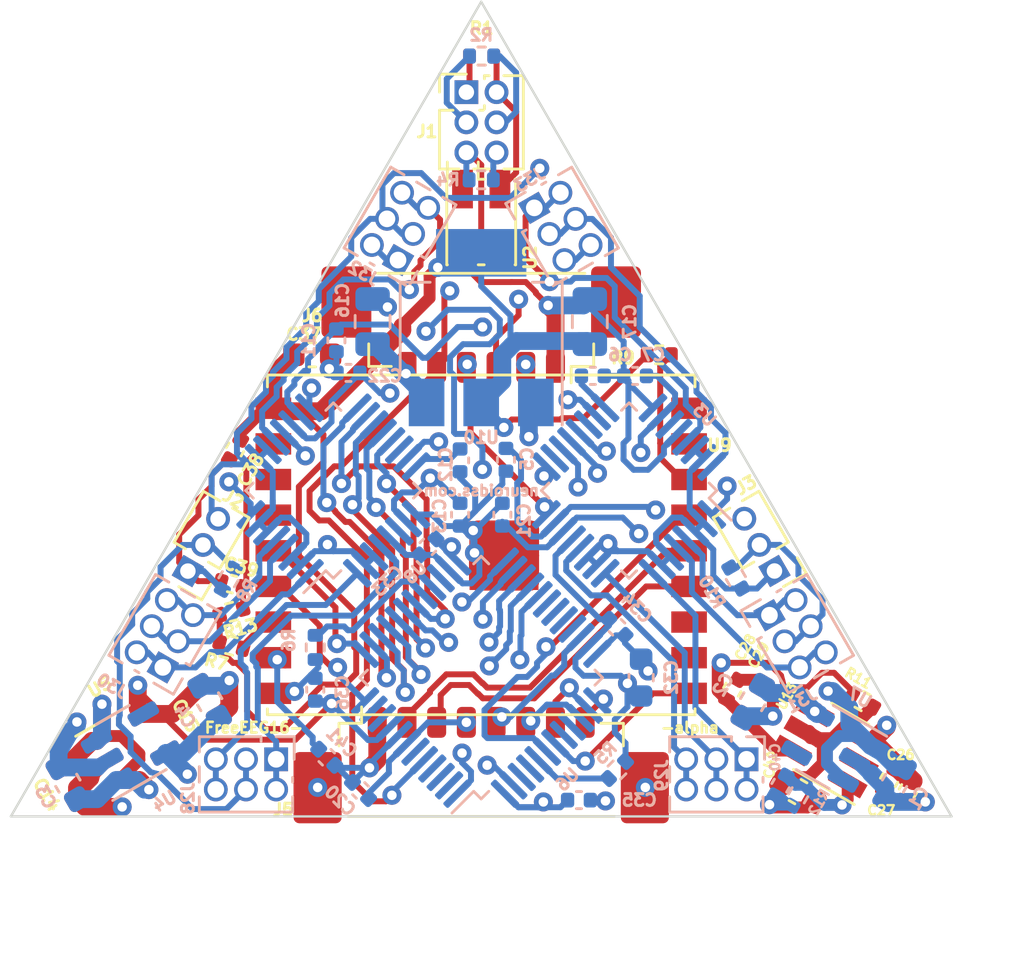
<source format=kicad_pcb>
(kicad_pcb (version 20221018) (generator pcbnew)
  (layers (0 "F.Cu" signal) (1 "In1.Cu" signal) (2 "In2.Cu" signal) (31 "B.Cu" signal) (34 "B.Paste" user) (35 "F.Paste" user) (36 "B.SilkS" user "B.Silkscreen") (37 "F.SilkS" user "F.Silkscreen") (38 "B.Mask" user) (39 "F.Mask" user) (44 "Edge.Cuts" user))
  (net 0 "")
  (net 1 "3V3_1_IN")
  (net 2 "ADC1_15_AVDD")
  (net 3 "ADC1_26_DVDD")
  (net 4 "/ADC2/24_CAP")
  (net 5 "ADC1_14_REFIN")
  (net 6 "/ADC1/24_CAP")
  (net 7 "/CRYSTAL/1_NC")
  (net 8 "CRYSTAL_3_OUT")
  (net 9 "ACC_5_VDDIO")
  (net 10 "CRYSTAL_4_Vin")
  (net 11 "ADC2_01_AIN2P")
  (net 12 "ADC2_04_AIN3P")
  (net 13 "ADC2_05_AIN4P")
  (net 14 "ADC2_08_AIN5P")
  (net 15 "ADC2_09_AIN6P")
  (net 16 "ADC2_12_AIN7P")
  (net 17 "ADC2_17_CS")
  (net 18 "ADC2_18_DRDY")
  (net 19 "/ADC2/22_XTAL2")
  (net 20 "/ADC2/27_NC")
  (net 21 "ADC2_29_AIN0P")
  (net 22 "ADC2_32_AIN1P")
  (net 23 "ADC1_01_AIN2P")
  (net 24 "ADC1_02_AIN2N")
  (net 25 "ADC1_04_AIN3P")
  (net 26 "ADC1_05_AIN4P")
  (net 27 "ADC1_08_AIN5P")
  (net 28 "ADC1_09_AIN6P")
  (net 29 "ADC1_12_AIN7P")
  (net 30 "ADC1_16_SYNC{slash}RESET")
  (net 31 "ADC1_17_CS")
  (net 32 "ADC1_18_DRDY")
  (net 33 "ADC1_19_SCLK")
  (net 34 "/ADC1/22_XTAL2")
  (net 35 "ADC1_23_XTAL1{slash}CLKIN")
  (net 36 "/ADC1/27_NC")
  (net 37 "ADC1_29_AIN0P")
  (net 38 "ADC1_32_AIN1P")
  (net 39 "3V3_2_GND")
  (net 40 "3V3_5_OUT")
  (net 41 "MCU_7_NRST")
  (net 42 "MCU_44_BOOT0")
  (net 43 "MCU_20_PB2_BOOT1")
  (net 44 "MCU_34_PA13_SYS_JTMS-SWDIO")
  (net 45 "MCU_37_PA14_SYS_JTCK-SWCLK")
  (net 46 "ADC1_20_DOUT")
  (net 47 "ADC1_21_DIN")
  (net 48 "ADC2_19_SCLK")
  (net 49 "ADC2_20_DOUT")
  (net 50 "ADC2_21_DIN")
  (net 51 "MCU_38_PA15_SYS_JTDI")
  (net 52 "MCU_39_PB3_SYS_JTDO-TRACESWO")
  (net 53 "RADIO_14_GPIO19{slash}USB_D+")
  (net 54 "RADIO_13_GPIO18{slash}USB_D-")
  (net 55 "MCU_5_PDO0_RCC_OSC_IN")
  (net 56 "/MCU/2_PC13")
  (net 57 "/MCU/3_PC14")
  (net 58 "/MCU/4_PC15")
  (net 59 "/MCU/6_PD1")
  (net 60 "/MCU/10_PA0")
  (net 61 "/MCU/11_PA1")
  (net 63 "/MCU/21_PB10")
  (net 64 "/MCU/22_PB11")
  (net 65 "/MCU/32_PA11")
  (net 66 "/MCU/33_PA12")
  (net 67 "/MCU/40_PB4")
  (net 68 "/MCU/41_PB5")
  (net 69 "/MCU/45_PB8")
  (net 70 "/MCU/46_PB9")
  (net 71 "/RADIO/3_GPIO4")
  (net 72 "/RADIO/4_GPIO5")
  (net 73 "ACC_13_SCL")
  (net 74 "ACC_14_SDA")
  (net 75 "RADIO_2_EN")
  (net 76 "RADIO_8_GPIO9")
  (net 78 "MCU_12_PA2_USART2_TX")
  (net 79 "MCU_13_PA3_USART2_RX")
  (net 81 "MCU_18_PB0_ADC1_SYNC{slash}RESET")
  (net 82 "RADIO_7_GPIO8")
  (net 83 "RADIO_16_GPIO2")
  (net 84 "/RADIO/17_GPIO1")
  (net 85 "/RADIO/18_GPIO0")
  (net 86 "/MCU/30_PA9")
  (net 87 "/MCU/31_PA10")
  (net 88 "/RADIO/11_GPIO20")
  (net 89 "/RADIO/12_GPIO21")
  (net 90 "/J17")
  (net 91 "/J18")
  (net 92 "/vref2/1_FILTER")
  (net 93 "Net-(U13-OUTS)")
  (footprint "Capacitor_SMD:C_0603_1608Metric" (layer "F.Cu") (at -17.399 10.033 -60)
    (fp_text reference "C14")
    (fp_text value "2.2u")
  )
  (footprint "Capacitor_SMD:C_0603_1608Metric" (layer "F.Cu") (at -11.43 6.604 -60)
    (fp_text reference "C15")
    (fp_text value "2.2u")
  )
  (footprint "Capacitor_SMD:C_0603_1608Metric" (layer "F.Cu") (at 11.43 6.604 60)
    (fp_text reference "C29")
    (fp_text value "10u")
  )
  (footprint "Resistor_SMD:R_0402_1005Metric" (layer "F.Cu") (at -10.5156 2.8194 -165)
    (fp_text reference "R13")
    (fp_text value "10k")
  )
  (footprint "Capacitor_SMD:C_0402_1005Metric" (layer "F.Cu") (at -10.4902 1.651 -15)
    (fp_text reference "C39")
    (fp_text value "1u")
  )
  (footprint "Capacitor_SMD:C_0402_1005Metric" (layer "F.Cu") (at -10.3632 -4.0132 -120)
    (fp_text reference "C38")
    (fp_text value "100n")
  )
  (footprint "Resistor_SMD:R_0402_1005Metric" (layer "F.Cu") (at 16.0528 6.5786 150)
    (fp_text reference "R11")
    (fp_text value "0")
  )
  (footprint "Connector_PinHeader_1.27mm:PinHeader_2x03_P1.27mm_Vertical" (layer "F.Cu") (at -0.625 -19.055)
    (fp_text reference "J1")
    (fp_text value "Conn_02x03_Odd_Even")
  )
  (footprint "Capacitor_SMD:C_0603_1608Metric" (layer "F.Cu") (at 13.335 10.3886 150)
    (fp_text reference "C43")
    (fp_text value "10u DNP")
  )
  (footprint "Capacitor_SMD:C_0402_1005Metric" (layer "F.Cu") (at 17.9578 10.3632 -120)
    (fp_text reference "C27")
    (fp_text value "1u")
  )
  (footprint "Resistor_SMD:R_0402_1005Metric" (layer "F.Cu") (at 7.493 -8.001 180)
    (fp_text reference "R9")
    (fp_text value "10k")
  )
  (footprint "Capacitor_SMD:C_0402_1005Metric" (layer "F.Cu") (at 17.1704 9.906 -120)
    (fp_text reference "C26")
    (fp_text value "100n")
  )
  (footprint "Package_TO_SOT_SMD:SOT-23-5" (layer "F.Cu") (at -14.732 8.509 30)
    (fp_text reference "U5")
    (fp_text value "LP5907")
  )
  (footprint "Capacitor_SMD:C_0603_1608Metric" (layer "F.Cu") (at -7.112 -8.001)
    (fp_text reference "C37")
    (fp_text value "10u")
  )
  (footprint "Resistor_SMD:R_0402_1005Metric" (layer "F.Cu") (at -10.5156 4.2418 165)
    (fp_text reference "R7")
    (fp_text value "10k")
  )
  (footprint "Package_TO_SOT_SMD:SOT-23-6_Handsoldering" (layer "F.Cu") (at 14.732 8.509 150)
    (fp_text reference "U13")
    (fp_text value "MAX6070AAUT12")
  )
  (footprint "freeeeg16:Molex_PicoBlade_53398-0871_1x08-1MP_P1.25mm_Vertical_cut" (layer "F.Cu") (at 0 8.721)
    (fp_text reference "J5")
    (fp_text value "Conn_01x08")
  )
  (footprint "Connector_Molex:Molex_PicoBlade_53398-0671_1x06-1MP_P1.25mm_Vertical" (layer "F.Cu") (at 0 -8.721 180)
    (fp_text reference "J6")
    (fp_text value "Conn_01x06")
  )
  (footprint "Connector_PinHeader_1.27mm:PinHeader_1x03_P1.27mm_Vertical" (layer "F.Cu") (at 12.3444 1.099852 -150)
    (fp_text reference "J3")
    (fp_text value "Conn_01x03" hide)
  )
  (footprint "Resistor_SMD:R_0402_1005Metric" (layer "F.Cu") (at 0.018 -20.574)
    (fp_text reference "R1")
    (fp_text value "0")
  )
  (footprint "Capacitor_SMD:C_0402_1005Metric" (layer "F.Cu") (at 10.5664 6.096 60)
    (fp_text reference "C28")
    (fp_text value "100n")
  )
  (footprint "freeeeg16:Oscillator_SMD_EuroQuartz_XO32-4Pin_3.2x2.5mm_HandSoldering_cut" (layer "F.Cu") (at 0 -13.589 -90)
    (fp_text reference "U2")
    (fp_text value "8.192MHz")
  )
  (footprint "Espressif:ESP32-C3-WROOM-02U" (layer "F.Cu") (at 0 0)
    (fp_text reference "U9")
    (fp_text value "ESP32-C3-WROOM-02")
  )
  (footprint "Connector_PinHeader_1.27mm:PinHeader_1x03_P1.27mm_Vertical" (layer "F.Cu") (at -12.3469 1.104183 150)
    (fp_text reference "J2")
    (fp_text value "Conn_01x03")
  )
  (footprint "Capacitor_SMD:C_0402_1005Metric" (layer "B.Cu") (at -6.985 6.096 90)
    (fp_text reference "C36")
    (fp_text value "100n")
  )
  (footprint "Connector_PinSocket_1.27mm:PinSocket_2x03_P1.27mm_Vertical" (layer "B.Cu") (at 11.167948 9.027 90)
    (fp_text reference "J29")
    (fp_text value "Conn_02x03_Odd_Even")
  )
  (footprint "Connector_PinSocket_1.27mm:PinSocket_2x03_P1.27mm_Vertical" (layer "B.Cu") (at -8.631 9.027 90)
    (fp_text reference "J28")
    (fp_text value "Conn_02x03_Odd_Even")
  )
  (footprint "Capacitor_SMD:C_0402_1005Metric" (layer "B.Cu") (at 12.5984 10.1346 -120)
    (fp_text reference "C40")
    (fp_text value "100n")
  )
  (footprint "Resistor_SMD:R_0402_1005Metric" (layer "B.Cu") (at -6.985 4.318 -90)
    (fp_text reference "R6")
    (fp_text value "4k7")
  )
  (footprint "Capacitor_SMD:C_0402_1005Metric" (layer "B.Cu") (at -5.588 -7.239 180)
    (fp_text reference "C22")
    (fp_text value "100n")
  )
  (footprint "Connector_PinSocket_1.27mm:PinSocket_2x03_P1.27mm_Vertical" (layer "B.Cu") (at 12.133111 2.961165 -150)
    (fp_text reference "J31")
    (fp_text value "Conn_02x03_Odd_Even")
  )
  (footprint "Capacitor_SMD:C_0603_1608Metric" (layer "B.Cu") (at -17.399 10.033 120)
    (fp_text reference "C3")
    (fp_text value "2.2u")
  )
  (footprint "Capacitor_SMD:C_0402_1005Metric" (layer "B.Cu") (at -5.08 10.3378 -45)
    (fp_text reference "C20")
    (fp_text value "100n")
  )
  (footprint "Capacitor_SMD:C_0402_1005Metric" (layer "B.Cu") (at 4.1148 10.7442)
    (fp_text reference "C35")
    (fp_text value "100n")
  )
  (footprint "Capacitor_SMD:C_0603_1608Metric" (layer "B.Cu") (at 11.43 6.604 -120)
    (fp_text reference "C2")
    (fp_text value "2.2u")
  )
  (footprint "Capacitor_SMD:C_0603_1608Metric" (layer "B.Cu") (at 17.399 10.033 -120)
    (fp_text reference "C1")
    (fp_text value "2.2u")
  )
  (footprint "Capacitor_SMD:C_0402_1005Metric" (layer "B.Cu") (at 1.0414 -3.5814 -90)
    (fp_text reference "C5")
    (fp_text value "1u")
  )
  (footprint "Capacitor_SMD:C_0402_1005Metric" (layer "B.Cu") (at -6.096 -8.608 -90)
    (fp_text reference "C11")
    (fp_text value "1u")
  )
  (footprint "Package_QFP:LQFP-48_7x7mm_P0.5mm" (layer "B.Cu") (at 0 5.588 45)
    (fp_text reference "U6")
    (fp_text value "STM32F103CBTx")
  )
  (footprint "Capacitor_SMD:C_0402_1005Metric" (layer "B.Cu") (at 0.889 -1.27 90)
    (fp_text reference "C21")
    (fp_text value "100n")
  )
  (footprint "Package_TO_SOT_SMD:SOT-23-5" (layer "B.Cu") (at -14.732 8.509 30)
    (fp_text reference "U4")
    (fp_text value "LP5907")
  )
  (footprint "Connector_PinSocket_1.27mm:PinSocket_2x03_P1.27mm_Vertical" (layer "B.Cu") (at -3.502112 -11.988167 -30)
    (fp_text reference "J32")
    (fp_text value "Conn_02x03_Odd_Even")
  )
  (footprint "Package_TO_SOT_SMD:SOT-223-3_TabPin2" (layer "B.Cu") (at 0 -9.144 90)
    (fp_text reference "U10")
    (fp_text value "AMS1117-3.3")
  )
  (footprint "Capacitor_SMD:C_0402_1005Metric" (layer "B.Cu") (at -0.889 -3.556 -90)
    (fp_text reference "C12")
    (fp_text value "220n")
  )
  (footprint "Resistor_SMD:R_0402_1005Metric" (layer "B.Cu") (at -10.6426 1.4478 -120)
    (fp_text reference "R8")
    (fp_text value "0")
  )
  (footprint "Package_QFP:LQFP-32_5x5mm_P0.5mm" (layer "B.Cu") (at 6.223 -2.286 135)
    (fp_text reference "U3")
    (fp_text value "ADS131M08IPBSR")
  )
  (footprint "Capacitor_SMD:C_0402_1005Metric" (layer "B.Cu") (at -2.244411 0.085411 -135)
    (fp_text reference "C33")
    (fp_text value "100n")
  )
  (footprint "Capacitor_SMD:C_0603_1608Metric" (layer "B.Cu") (at -11.43 6.604 120)
    (fp_text reference "C4")
    (fp_text value "2.2u")
  )
  (footprint "Connector_PinSocket_1.27mm:PinSocket_2x03_P1.27mm_Vertical" (layer "B.Cu") (at 2.233637 -14.185227 -150)
    (fp_text reference "J33")
    (fp_text value "Conn_02x03_Odd_Even")
  )
  (footprint "Resistor_SMD:R_0402_1005Metric" (layer "B.Cu") (at 0 -15.367)
    (fp_text reference "R4")
    (fp_text value "0")
  )
  (footprint "Capacitor_SMD:C_0402_1005Metric" (layer "B.Cu") (at -6.5024 8.9408 135)
    (fp_text reference "C41")
    (fp_text value "100n")
  )
  (footprint "Package_TO_SOT_SMD:SOT-23-5" (layer "B.Cu") (at 14.732 8.509 150)
    (fp_text reference "U7")
    (fp_text value "LP5907")
  )
  (footprint "Connector_PinSocket_1.27mm:PinSocket_2x03_P1.27mm_Vertical" (layer "B.Cu") (at -13.401586 5.158225 -30)
    (fp_text reference "J30")
    (fp_text value "Conn_02x03_Odd_Even")
  )
  (footprint "Capacitor_SMD:C_0402_1005Metric" (layer "B.Cu") (at 4.699 -7.112)
    (fp_text reference "C6")
    (fp_text value "220n")
  )
  (footprint "Capacitor_SMD:C_0805_2012Metric" (layer "B.Cu") (at -4.572 -9.398 90)
    (fp_text reference "C16")
    (fp_text value "22u")
  )
  (footprint "Capacitor_SMD:C_0402_1005Metric" (layer "B.Cu") (at -0.889 -1.27 -90)
    (fp_text reference "C13")
    (fp_text value "1u")
  )
  (footprint "Capacitor_SMD:C_0603_1608Metric" (layer "B.Cu") (at 6.731 5.588 -90)
    (fp_text reference "C32")
    (fp_text value "4.7u")
  )
  (footprint "Capacitor_SMD:C_0402_1005Metric" (layer "B.Cu") (at 5.715 3.470589 135)
    (fp_text reference "C34")
    (fp_text value "100n")
  )
  (footprint "Package_QFP:LQFP-32_5x5mm_P0.5mm" (layer "B.Cu") (at -6.223 -2.286 45)
    (fp_text reference "U8")
    (fp_text value "ADS131M08IPBSR")
  )
  (footprint "Capacitor_SMD:C_0402_1005Metric" (layer "B.Cu") (at 6.477 -7.112 180)
    (fp_text reference "C7")
    (fp_text value "1u")
  )
  (footprint "Resistor_SMD:R_0402_1005Metric" (layer "B.Cu") (at 5.715 9.4742 45)
    (fp_text reference "R5")
    (fp_text value "4k7")
  )
  (footprint "Resistor_SMD:R_0402_1005Metric" (layer "B.Cu") (at 0.018 -20.574)
    (fp_text reference "R2")
    (fp_text value "0")
  )
  (footprint "Resistor_SMD:R_0402_1005Metric" (layer "B.Cu") (at 13.342996 10.542092 -120)
    (fp_text reference "R12")
    (fp_text value "0 DNP")
  )
  (footprint "Resistor_SMD:R_0402_1005Metric" (layer "B.Cu") (at 10.7188 1.397 -60)
    (fp_text reference "R10")
    (fp_text value "0")
  )
  (footprint "Capacitor_SMD:C_0805_2012Metric" (layer "B.Cu") (at 4.572 -9.398 90)
    (fp_text reference "C17")
    (fp_text value "22u")
  )
  (gr_line (start -19.797341 11.43) (end 19.797341 11.43) (stroke (width 0.1)) (layer "Edge.Cuts"))
  (gr_line (start 0 -22.86) (end -19.797341 11.43) (stroke (width 0.1)) (layer "Edge.Cuts"))
  (gr_line (start 19.797341 11.43) (end 0 -22.86) (stroke (width 0.1)) (layer "Edge.Cuts"))
  (gr_text "neuroidss.com" (at 0 -2.286) (layer "B.SilkS") (effects (font (size 0.45 0.45) (thickness 0.1125)) (justify mirror)))
  (gr_text "FreeEEG16-                                            -alpha" (at -0.8128 7.6962) (layer "F.SilkS") (effects (font (size 0.45 0.45) (thickness 0.1125))))
  (segment (start -6.8875 10.221) (end -6.8875 10.2149) (width 0.2) (layer "F.Cu") (net 0))
  (segment (start -6.8875 10.2149) (end -6.8834 10.2108) (width 0.2) (layer "F.Cu") (net 0))
  (segment (start 6.8986 10.221) (end 6.9088 10.2108) (width 0.2) (layer "F.Cu") (net 0))
  (segment (start 6.8875 10.221) (end 6.8986 10.221) (width 0.2) (layer "F.Cu") (net 0))
  (via (at -6.8834 10.2108) (size 0.8) (drill 0.4) (layers "F.Cu" "B.Cu") (net 0))
  (via (at 6.9088 10.2108) (size 0.8) (drill 0.4) (layers "F.Cu" "B.Cu") (net 0))
  (segment (start -3.125 -7.250719) (end -3.16772 -7.207999) (width 0.25) (layer "F.Cu") (net 1))
  (segment (start -15.134649 8.047717) (end -14.390524 8.791842) (width 0.5) (layer "F.Cu") (net 1))
  (segment (start -16.192104 8.255026) (end -15.9645 8.027422) (width 0.75) (layer "F.Cu") (net 1))
  (segment (start -15.242104 9.900474) (end -14.390524 9.900474) (width 0.75) (layer "F.Cu") (net 1))
  (segment (start -16.387161 8.255026) (end -16.192104 8.255026) (width 0.75) (layer "F.Cu") (net 1))
  (segment (start -3.125 -7.471) (end -3.125 -7.250719) (width 0.25) (layer "F.Cu") (net 1))
  (segment (start -15.9645 8.027422) (end -15.9645 6.7056) (width 0.75) (layer "F.Cu") (net 1))
  (segment (start -14.390524 9.900474) (end -13.987908 10.30309) (width 0.75) (layer "F.Cu") (net 1))
  (segment (start -14.390524 9.048894) (end -15.242104 9.900474) (width 0.5) (layer "F.Cu") (net 1))
  (segment (start -16.192104 8.255026) (end -15.984795 8.047717) (width 0.5) (layer "F.Cu") (net 1))
  (segment (start -14.390524 8.791842) (end -14.390524 9.048894) (width 0.5) (layer "F.Cu") (net 1))
  (segment (start -15.984795 8.047717) (end -15.134649 8.047717) (width 0.5) (layer "F.Cu") (net 1))
  (segment (start -17.493965 9.36183) (end -16.387161 8.255026) (width 0.75) (layer "F.Cu") (net 1))
  (segment (start -17.7865 9.36183) (end -17.493965 9.36183) (width 0.75) (layer "F.Cu") (net 1))
  (via (at -3.16772 -7.207999) (size 0.8) (drill 0.4) (layers "F.Cu" "B.Cu") (net 1))
  (via (at -13.987908 10.30309) (size 0.8) (drill 0.4) (layers "F.Cu" "B.Cu") (net 1))
  (via (at -15.9645 6.7056) (size 0.8) (drill 0.4) (layers "F.Cu" "B.Cu") (net 1))
  (via (at 14.599318 6.155988) (size 0.8) (drill 0.4) (layers "F.Cu" "B.Cu") (net 1))
  (segment (start -15.362333 9.900474) (end -15.242104 9.900474) (width 0.75) (layer "B.Cu") (net 1))
  (segment (start -13.987908 10.30309) (end -14.165391 10.30309) (width 0.75) (layer "B.Cu") (net 1))
  (segment (start -4.572 -8.448) (end -4.504 -8.448) (width 0.75) (layer "B.Cu") (net 1))
  (segment (start -15.9645 6.7056) (end -15.9645 8.027422) (width 0.75) (layer "B.Cu") (net 1))
  (segment (start 15.4945 7.557422) (end 15.4945 6.859409) (width 0.75) (layer "B.Cu") (net 1))
  (segment (start 14.791079 6.155988) (end 14.599318 6.155988) (width 0.75) (layer "B.Cu") (net 1))
  (segment (start 17.493965 9.36183) (end 17.7865 9.36183) (width 0.75) (layer "B.Cu") (net 1))
  (segment (start 15.984795 8.047717) (end 15.081562 8.047717) (width 0.5) (layer "B.Cu") (net 1))
  (segment (start -4.504 -8.448) (end -2.3 -6.244) (width 0.75) (layer "B.Cu") (net 1))
  (segment (start -14.568007 9.900474) (end -15.242104 9.900474) (width 0.75) (layer "B.Cu") (net 1))
  (segment (start 15.4945 6.859409) (end 14.791079 6.155988) (width 0.75) (layer "B.Cu") (net 1))
  (segment (start -4.572 -8.448) (end -4.407721 -8.448) (width 0.25) (layer "B.Cu") (net 1))
  (segment (start -16.192104 8.255026) (end -16.118936 8.181858) (width 0.25) (layer "B.Cu") (net 1))
  (segment (start 15.081562 8.047717) (end 14.554387 8.574892) (width 0.5) (layer "B.Cu") (net 1))
  (segment (start 16.192104 8.255026) (end 15.984795 8.047717) (width 0.5) (layer "B.Cu") (net 1))
  (segment (start -2.3 -6.340279) (end -3.16772 -7.207999) (width 0.25) (layer "B.Cu") (net 1))
  (segment (start -14.165391 10.30309) (end -14.568007 9.900474) (width 0.75) (layer "B.Cu") (net 1))
  (segment (start 16.397008 8.45993) (end 16.858514 8.726379) (width 0.75) (layer "B.Cu") (net 1))
  (segment (start 16.858514 8.726379) (end 17.493965 9.36183) (width 0.75) (layer "B.Cu") (net 1))
  (segment (start -17.0115 10.70417) (end -16.166029 10.70417) (width 0.75) (layer "B.Cu") (net 1))
  (segment (start 16.192104 8.255026) (end 15.4945 7.557422) (width 0.75) (layer "B.Cu") (net 1))
  (segment (start -2.3 -5.994) (end -2.3 -6.340279) (width 0.25) (layer "B.Cu") (net 1))
  (segment (start -2.3 -6.244) (end -2.3 -5.994) (width 0.75) (layer "B.Cu") (net 1))
  (segment (start -4.407721 -8.448) (end -3.16772 -7.207999) (width 0.25) (layer "B.Cu") (net 1))
  (segment (start 14.554387 8.574892) (end 14.554387 9.212757) (width 0.5) (layer "B.Cu") (net 1))
  (segment (start -16.166029 10.70417) (end -15.362333 9.900474) (width 0.75) (layer "B.Cu") (net 1))
  (segment (start 14.554387 9.212757) (end 15.242104 9.900474) (width 0.5) (layer "B.Cu") (net 1))
  (segment (start -15.9645 8.027422) (end -16.192104 8.255026) (width 0.75) (layer "B.Cu") (net 1))
  (segment (start 16.192104 8.255026) (end 16.397008 8.45993) (width 0.75) (layer "B.Cu") (net 1))
  (segment (start 17.0688 7.66861) (end 16.376134 8.361276) (width 0.75) (layer "F.Cu") (net 2))
  (segment (start 18.1978 9.938036) (end 16.62104 8.361276) (width 0.75) (layer "F.Cu") (net 2))
  (segment (start 17.4104 9.327412) (end 16.410199 8.327211) (width 0.5) (layer "F.Cu") (net 2))
  (segment (start 18.1978 9.947508) (end 18.1978 9.938036) (width 0.75) (layer "F.Cu") (net 2))
  (segment (start 17.4104 9.490308) (end 17.4104 9.327412) (width 0.5) (layer "F.Cu") (net 2))
  (segment (start 16.62104 8.361276) (end 16.376134 8.361276) (width 0.75) (layer "F.Cu") (net 2))
  (segment (start 17.8676 9.947508) (end 17.4104 9.490308) (width 0.5) (layer "F.Cu") (net 2))
  (segment (start 17.4104 9.395542) (end 16.376134 8.361276) (width 0.25) (layer "F.Cu") (net 2))
  (segment (start 17.0688 7.5946) (end 17.0688 7.66861) (width 0.75) (layer "F.Cu") (net 2))
  (segment (start 18.1978 9.947508) (end 17.8676 9.947508) (width 0.5) (layer "F.Cu") (net 2))
  (segment (start 17.4104 9.490308) (end 17.4104 9.395542) (width 0.25) (layer "F.Cu") (net 2))
  (via (at 14.037867 7.011275) (size 0.8) (drill 0.4) (layers "F.Cu" "B.Cu") (net 2))
  (via (at 7.342072 -1.46609) (size 0.8) (drill 0.4) (layers "F.Cu" "B.Cu") (net 2))
  (via (at 17.0688 7.5946) (size 0.8) (drill 0.4) (layers "F.Cu" "B.Cu") (net 2))
  (via (at 0.057669 -9.170799) (size 0.8) (drill 0.4) (layers "F.Cu" "B.Cu") (net 2))
  (segment (start -5.911 -9.273) (end -3.858827 -9.273) (width 0.25) (layer "B.Cu") (net 2))
  (segment (start 14.221896 7.117526) (end 14.144118 7.117526) (width 0.75) (layer "B.Cu") (net 2))
  (segment (start -6.103609 -9.088) (end -6.096 -9.088) (width 0.25) (layer "B.Cu") (net 2))
  (segment (start 2.150549 -0.348043) (end 1.5235 -0.975092) (width 0.25) (layer "B.Cu") (net 2))
  (segment (start 0.9398 -4.0614) (end 0.947409 -4.0614) (width 0.25) (layer "B.Cu") (net 2))
  (segment (start 1.515865 -2.608256) (end 1.6764 -2.768791) (width 0.25) (layer "B.Cu") (net 2))
  (segment (start 1.5235 -0.975092) (end 1.5235 -2.130316) (width 0.25) (layer "B.Cu") (net 2))
  (segment (start 1.171 -4.0614) (end 1.0414 -4.0614) (width 0.25) (layer "B.Cu") (net 2))
  (segment (start -7.866567 -6.738433) (end -7.866567 -6.899598) (width 0.25) (layer "B.Cu") (net 2))
  (segment (start 3.766639 -1.597406) (end 7.210756 -1.597406) (width 0.25) (layer "B.Cu") (net 2))
  (segment (start 1.5235 -2.130316) (end 1.515865 -2.137951) (width 0.25) (layer "B.Cu") (net 2))
  (segment (start -6.847998 -8.263622) (end -6.847998 -8.343611) (width 0.25) (layer "B.Cu") (net 2))
  (segment (start 11.8175 5.93283) (end 12.121867 6.237197) (width 0.75) (layer "B.Cu") (net 2))
  (segment (start 13.21524 6.11087) (end 14.221896 7.117526) (width 0.5) (layer "B.Cu") (net 2))
  (segment (start -7.442165 -7.324) (end -7.289609 -7.324) (width 0.25) (layer "B.Cu") (net 2))
  (segment (start 1.6764 -3.556) (end 1.171 -4.0614) (width 0.25) (layer "B.Cu") (net 2))
  (segment (start 14.144118 7.117526) (end 14.037867 7.011275) (width 0.75) (layer "B.Cu") (net 2))
  (segment (start -7.584181 -5.414948) (end -8.160957 -5.991724) (width 0.25) (layer "B.Cu") (net 2))
  (segment (start -8.160957 -6.444043) (end -7.866567 -6.738433) (width 0.25) (layer "B.Cu") (net 2))
  (segment (start 7.210756 -1.597406) (end 7.342072 -1.46609) (width 0.25) (layer "B.Cu") (net 2))
  (segment (start -6.096 -9.088) (end -5.911 -9.273) (width 0.25) (layer "B.Cu") (net 2))
  (segment (start 3.094052 -0.924819) (end 3.766639 -1.597406) (width 0.25) (layer "B.Cu") (net 2))
  (segment (start -3.858827 -9.273) (end -2.459827 -7.874) (width 0.25) (layer "B.Cu") (net 2))
  (segment (start 0.861 -4.036) (end 0.889 -4.036) (width 0.25) (layer "B.Cu") (net 2))
  (segment (start 12.121867 6.237197) (end 13.263789 6.237197) (width 0.75) (layer "B.Cu") (net 2))
  (segment (start -8.160957 -5.991724) (end -8.160957 -6.444043) (width 0.25) (layer "B.Cu") (net 2))
  (segment (start -7.289609 -7.324) (end -7.289609 -7.822011) (width 0.25) (layer "B.Cu") (net 2))
  (segment (start -2.459827 -7.874) (end -2.286 -7.874) (width 0.25) (layer "B.Cu") (net 2))
  (segment (start 3.094052 -0.924819) (end 2.517276 -0.348043) (width 0.25) (layer "B.Cu") (net 2))
  (segment (start 2.517276 -0.348043) (end 2.150549 -0.348043) (width 0.25) (layer "B.Cu") (net 2))
  (segment (start -0.989201 -9.170799) (end 0.057669 -9.170799) (width 0.25) (layer "B.Cu") (net 2))
  (segment (start -2.286 -7.874) (end -0.989201 -9.170799) (width 0.25) (layer "B.Cu") (net 2))
  (segment (start 11.99554 6.11087) (end 13.21524 6.11087) (width 0.5) (layer "B.Cu") (net 2))
  (segment (start 11.8175 5.93283) (end 11.99554 6.11087) (width 0.5) (layer "B.Cu") (net 2))
  (segment (start -7.289609 -7.822011) (end -6.847998 -8.263622) (width 0.25) (layer "B.Cu") (net 2))
  (segment (start -7.866567 -6.899598) (end -7.442165 -7.324) (width 0.25) (layer "B.Cu") (net 2))
  (segment (start -6.847998 -8.343611) (end -6.103609 -9.088) (width 0.25) (layer "B.Cu") (net 2))
  (segment (start 13.263789 6.237197) (end 14.037867 7.011275) (width 0.75) (layer "B.Cu") (net 2))
  (segment (start 1.515865 -2.137951) (end 1.515865 -2.608256) (width 0.25) (layer "B.Cu") (net 2))
  (segment (start 0.896609 -4.008) (end 0.889 -4.008) (width 0.25) (layer "B.Cu") (net 2))
  (segment (start 1.6764 -2.768791) (end 1.6764 -3.556) (width 0.25) (layer "B.Cu") (net 2))
  (via (at -2.1463 -2.8067) (size 0.8) (drill 0.4) (layers "F.Cu" "B.Cu") (net 3))
  (via (at -12.368202 9.654691) (size 0.8) (drill 0.4) (layers "F.Cu" "B.Cu") (net 3))
  (via (at 6.716707 -3.884418) (size 0.8) (drill 0.4) (layers "F.Cu" "B.Cu") (net 3))
  (segment (start 7.407408 -7.112) (end 8.160957 -6.358451) (width 0.25) (layer "B.Cu") (net 3))
  (segment (start -2.744297 -2.208703) (end -2.1463 -2.8067) (width 0.25) (layer "B.Cu") (net 3))
  (segment (start -0.889 -1.75) (end -1.9457 -2.8067) (width 0.25) (layer "B.Cu") (net 3))
  (segment (start 7.584181 -5.414948) (end 6.716707 -4.547474) (width 0.25) (layer "B.Cu") (net 3))
  (segment (start -3.094052 -0.924819) (end -3.670552 -1.501319) (width 0.25) (layer "B.Cu") (net 3))
  (segment (start -13.271896 8.762974) (end -13.259919 8.762974) (width 0.75) (layer "B.Cu") (net 3))
  (segment (start -13.259919 8.762974) (end -12.368202 9.654691) (width 0.75) (layer "B.Cu") (net 3))
  (segment (start 6.716707 -4.547474) (end 6.716707 -3.884418) (width 0.25) (layer "B.Cu") (net 3))
  (segment (start -1.9457 -2.8067) (end -2.1463 -2.8067) (width 0.25) (layer "B.Cu") (net 3))
  (segment (start -12.530304 8.762974) (end -11.0425 7.27517) (width 0.75) (layer "B.Cu") (net 3))
  (segment (start -3.330289 -2.208703) (end -2.744297 -2.208703) (width 0.25) (layer "B.Cu") (net 3))
  (segment (start 8.160957 -6.358451) (end 8.160957 -5.991724) (width 0.25) (layer "B.Cu") (net 3))
  (segment (start -3.670552 -1.86844) (end -3.330289 -2.208703) (width 0.25) (layer "B.Cu") (net 3))
  (segment (start -13.271896 8.762974) (end -12.530304 8.762974) (width 0.75) (layer "B.Cu") (net 3))
  (segment (start 8.160957 -5.991724) (end 7.584181 -5.414948) (width 0.25) (layer "B.Cu") (net 3))
  (segment (start 6.957 -7.112) (end 7.407408 -7.112) (width 0.25) (layer "B.Cu") (net 3))
  (segment (start -3.670552 -1.501319) (end -3.670552 -1.86844) (width 0.25) (layer "B.Cu") (net 3))
  (segment (start 4.219 -6.764874) (end 5.215373 -5.768501) (width 0.25) (layer "B.Cu") (net 4))
  (segment (start 4.219 -7.112) (end 4.219 -6.764874) (width 0.25) (layer "B.Cu") (net 4))
  (segment (start 9.956028 5.113318) (end 10.102741 4.966605) (width 0.5) (layer "F.Cu") (net 5))
  (segment (start -0.625 -7.471) (end -0.587663 -7.508337) (width 0.25) (layer "F.Cu") (net 5))
  (segment (start 13.736308 5.9944) (end 12.79045 5.9944) (width 0.25) (layer "F.Cu") (net 5))
  (segment (start 15.611127 6.142492) (end 14.854505 5.38587) (width 0.25) (layer "F.Cu") (net 5))
  (segment (start 11.056312 7.27517) (end 11.0425 7.27517) (width 0.5) (layer "F.Cu") (net 5))
  (segment (start 15.611127 6.3236) (end 15.611127 6.142492) (width 0.25) (layer "F.Cu") (net 5))
  (segment (start -0.625 -7.328538) (end -0.625 -7.471) (width 0.25) (layer "F.Cu") (net 5))
  (segment (start 13.087866 8.656724) (end 12.437866 8.656724) (width 0.5) (layer "F.Cu") (net 5))
  (segment (start 11.0425 7.227792) (end 10.3264 6.511692) (width 0.5) (layer "F.Cu") (net 5))
  (segment (start 12.437866 8.656724) (end 11.056312 7.27517) (width 0.5) (layer "F.Cu") (net 5))
  (segment (start 14.344838 5.38587) (end 13.736308 5.9944) (width 0.25) (layer "F.Cu") (net 5))
  (segment (start 14.854505 5.38587) (end 14.344838 5.38587) (width 0.25) (layer "F.Cu") (net 5))
  (segment (start 9.956028 6.14132) (end 9.956028 5.113318) (width 0.5) (layer "F.Cu") (net 5))
  (segment (start 12.79045 5.9944) (end 12.736729 5.940679) (width 0.25) (layer "F.Cu") (net 5))
  (segment (start -0.587663 -7.508337) (end -0.587663 -7.599508) (width 0.25) (layer "F.Cu") (net 5))
  (segment (start 12.084838 4.966605) (end 10.102741 4.966605) (width 0.25) (layer "F.Cu") (net 5))
  (segment (start 12.736729 5.940679) (end 12.618801 5.500568) (width 0.25) (layer "F.Cu") (net 5))
  (segment (start 12.618801 5.500568) (end 12.084838 4.966605) (width 0.25) (layer "F.Cu") (net 5))
  (segment (start 10.3264 6.511692) (end 9.956028 6.14132) (width 0.5) (layer "F.Cu") (net 5))
  (segment (start 11.0425 7.27517) (end 11.0425 7.227792) (width 0.5) (layer "F.Cu") (net 5))
  (via (at -3.844068 -6.384068) (size 0.8) (drill 0.4) (layers "F.Cu" "B.Cu") (net 5))
  (via (at 10.102741 4.966605) (size 0.8) (drill 0.4) (layers "F.Cu" "B.Cu") (net 5))
  (via (at 6.631839 -0.474212) (size 0.8) (drill 0.4) (layers "F.Cu" "B.Cu") (net 5))
  (via (at -0.587663 -7.599508) (size 0.8) (drill 0.4) (layers "F.Cu" "B.Cu") (net 5))
  (segment (start -7.360958 -4.484618) (end -6.99423 -4.484618) (width 0.25) (layer "B.Cu") (net 5))
  (segment (start -6.300297 -6.039094) (end -5.108 -7.231391) (width 0.25) (layer "B.Cu") (net 5))
  (segment (start 2.774882 0.101458) (end 3.447606 -0.571266) (width 0.25) (layer "B.Cu") (net 5))
  (segment (start 3.447606 -0.571266) (end 4.024169 -1.147829) (width 0.25) (layer "B.Cu") (net 5))
  (segment (start -4.253068 -6.384068) (end -3.844068 -6.384068) (width 0.25) (layer "B.Cu") (net 5))
  (segment (start -6.99423 -4.484618) (end -6.300297 -5.178551) (width 0.25) (layer "B.Cu") (net 5))
  (segment (start -7.937734 -5.061394) (end -7.360958 -4.484618) (width 0.25) (layer "B.Cu") (net 5))
  (segment (start 0.889 -0.973902) (end 1.96436 0.101458) (width 0.25) (layer "B.Cu") (net 5))
  (segment (start -6.300297 -5.178551) (end -6.300297 -6.039094) (width 0.25) (layer "B.Cu") (net 5))
  (segment (start 5.958222 -1.147829) (end 6.631839 -0.474212) (width 0.25) (layer "B.Cu") (net 5))
  (segment (start -5.108 -7.231391) (end -5.108 -7.239) (width 0.25) (layer "B.Cu") (net 5))
  (segment (start -5.108 -7.239) (end -4.253068 -6.384068) (width 0.25) (layer "B.Cu") (net 5))
  (segment (start 4.024169 -1.147829) (end 5.958222 -1.147829) (width 0.25) (layer "B.Cu") (net 5))
  (segment (start 1.96436 0.101458) (end 2.774882 0.101458) (width 0.25) (layer "B.Cu") (net 5))
  (segment (start -1.311202 -3.613798) (end -0.889 -4.036) (width 0.25) (layer "B.Cu") (net 6))
  (segment (start -2.740499 -3.293627) (end -2.420328 -3.613798) (width 0.25) (layer "B.Cu") (net 6))
  (segment (start -2.420328 -3.613798) (end -1.311202 -3.613798) (width 0.25) (layer "B.Cu") (net 6))
  (segment (start 0 -12.989) (end 0.7875 -12.2015) (width 0.25) (layer "F.Cu") (net 8))
  (segment (start -0.625 -16.515) (end -0.521727 -16.515) (width 0.25) (layer "F.Cu") (net 8))
  (segment (start -0.521727 -16.515) (end 0 -15.993273) (width 0.25) (layer "F.Cu") (net 8))
  (segment (start 0 -15.993273) (end 0 -12.989) (width 0.25) (layer "F.Cu") (net 8))
  (segment (start -0.625 -16.515) (end -0.625 -15.355) (width 0.25) (layer "B.Cu") (net 8))
  (segment (start -0.625 -15.355) (end -0.51 -15.24) (width 0.25) (layer "B.Cu") (net 8))
  (segment (start -12.372707 8.202) (end -14.457301 6.117406) (width 0.25) (layer "F.Cu") (net 9))
  (segment (start -11.662363 5.777693) (end -11.8175 5.93283) (width 0.25) (layer "F.Cu") (net 9))
  (segment (start -14.457301 6.882121) (end -14.221896 7.117526) (width 0.75) (layer "F.Cu") (net 9))
  (segment (start -14.457301 5.911133) (end -14.457301 6.882121) (width 0.75) (layer "F.Cu") (net 9))
  (segment (start -0.492 -19.188) (end -0.625 -19.055) (width 0.25) (layer "F.Cu") (net 9))
  (segment (start -0.492 -20.574) (end -0.492 -19.188) (width 0.25) (layer "F.Cu") (net 9))
  (segment (start -6.298133 6.679133) (end -7.821 8.202) (width 0.25) (layer "F.Cu") (net 9))
  (segment (start -7.821 8.202) (end -12.372707 8.202) (width 0.25) (layer "F.Cu") (net 9))
  (segment (start -14.457301 6.117406) (end -14.457301 5.911133) (width 0.25) (layer "F.Cu") (net 9))
  (segment (start -14.221896 7.117526) (end -13.002196 7.117526) (width 0.75) (layer "F.Cu") (net 9))
  (segment (start -13.002196 7.117526) (end -11.8175 5.93283) (width 0.75) (layer "F.Cu") (net 9))
  (via (at -6.298133 6.679133) (size 0.8) (drill 0.4) (layers "F.Cu" "B.Cu") (net 9))
  (via (at -0.806128 8.7642) (size 0.8) (drill 0.4) (layers "F.Cu" "B.Cu") (net 9))
  (via (at -1.251473 0.08226) (size 0.8) (drill 0.4) (layers "F.Cu" "B.Cu") (net 9))
  (via (at 7.023056 5.311845) (size 0.8) (drill 0.4) (layers "F.Cu" "B.Cu") (net 9))
  (via (at -14.457301 5.911133) (size 0.8) (drill 0.4) (layers "F.Cu" "B.Cu") (net 9))
  (via (at 2.6162 10.8204) (size 0.8) (drill 0.4) (layers "F.Cu" "B.Cu") (net 9))
  (segment (start 6.054411 4.136411) (end 6.731 4.813) (width 0.25) (layer "B.Cu") (net 9))
  (segment (start -0.430851 9.907939) (end -0.430851 9.541211) (width 0.25) (layer "B.Cu") (net 9))
  (segment (start 0.998788 10.475876) (end 1.566725 11.043813) (width 0.25) (layer "B.Cu") (net 9))
  (segment (start -4.76188 8.215386) (end -5.091633 7.885633) (width 0.25) (layer "B.Cu") (net 9))
  (segment (start -1.905 -0.254) (end -1.905 -0.206088) (width 0.25) (layer "B.Cu") (net 9))
  (segment (start 1.566725 11.043813) (end 2.392787 11.043813) (width 0.25) (layer "B.Cu") (net 9))
  (segment (start -1.905 -0.206088) (end -0.998788 0.700124) (width 0.25) (layer "B.Cu") (net 9))
  (segment (start -0.806128 9.165934) (end -0.806128 8.7642) (width 0.25) (layer "B.Cu") (net 9))
  (segment (start 5.667088 3.81) (end 4.887876 4.589212) (width 0.25) (layer "B.Cu") (net 9))
  (segment (start 6.054411 3.81) (end 6.054411 4.136411) (width 0.25) (layer "B.Cu") (net 9))
  (segment (start 3.6348 10.7442) (end 3.335187 11.043813) (width 0.25) (layer "B.Cu") (net 9))
  (segment (start -4.395152 8.215386) (end -3.827215 7.647449) (width 0.25) (layer "B.Cu") (net 9))
  (segment (start -0.998788 0.700124) (end -1.251473 0.447439) (width 0.25) (layer "B.Cu") (net 9))
  (segment (start -6.401266 6.576) (end -6.298133 6.679133) (width 0.25) (layer "B.Cu") (net 9))
  (segment (start -4.76188 8.215386) (end -4.395152 8.215386) (width 0.25) (layer "B.Cu") (net 9))
  (segment (start 6.054411 3.81) (end 5.667088 3.81) (width 0.25) (layer "B.Cu") (net 9))
  (segment (start -0.998788 10.475876) (end -0.430851 9.907939) (width 0.25) (layer "B.Cu") (net 9))
  (segment (start -5.091633 7.885633) (end -6.298133 6.679133) (width 0.25) (layer "B.Cu") (net 9))
  (segment (start 2.392787 11.043813) (end 2.6162 10.8204) (width 0.25) (layer "B.Cu") (net 9))
  (segment (start -6.985 6.576) (end -6.401266 6.576) (width 0.25) (layer "B.Cu") (net 9))
  (segment (start -1.251473 0.447439) (end -1.251473 0.08226) (width 0.25) (layer "B.Cu") (net 9))
  (segment (start 3.335187 11.043813) (end 1.566725 11.043813) (width 0.25) (layer "B.Cu") (net 9))
  (segment (start -0.430851 9.541211) (end -0.806128 9.165934) (width 0.25) (layer "B.Cu") (net 9))
  (segment (start 0.645 -19.055) (end 0.645 -20.457) (width 0.25) (layer "F.Cu") (net 10))
  (segment (start 0.645 -20.457) (end 0.528 -20.574) (width 0.25) (layer "F.Cu") (net 10))
  (segment (start 0.775 -14.9765) (end 1.47 -15.6715) (width 0.25) (layer "F.Cu") (net 10))
  (segment (start 1.47 -15.6715) (end 1.47 -18.23) (width 0.25) (layer "F.Cu") (net 10))
  (segment (start 1.47 -18.23) (end 0.645 -19.055) (width 0.25) (layer "F.Cu") (net 10))
  (via (at 10.3499 -2.474505) (size 0.8) (drill 0.4) (layers "F.Cu" "B.Cu") (net 11))
  (segment (start 3.968489 -11.985522) (end 4.603489 -12.620522) (width 0.25) (layer "B.Cu") (net 11))
  (segment (start 3.503637 -11.985522) (end 3.968489 -11.985522) (width 0.25) (layer "B.Cu") (net 11))
  (segment (start 10.3499 -1.922772) (end 10.3499 -2.474505) (width 0.25) (layer "B.Cu") (net 11))
  (segment (start 9.705501 -1.278373) (end 10.3499 -1.922772) (width 0.25) (layer "B.Cu") (net 11))
  (segment (start 12.133111 2.961165) (end 10.783675 2.961165) (width 0.25) (layer "B.Cu") (net 12))
  (segment (start 9.317565 1.495055) (end 9.317565 0.455011) (width 0.25) (layer "B.Cu") (net 12))
  (segment (start 9.317565 0.455011) (end 8.644841 -0.217713) (width 0.25) (layer "B.Cu") (net 12))
  (segment (start 13.232963 2.326165) (end 12.768111 2.326165) (width 0.25) (layer "B.Cu") (net 12))
  (segment (start 12.768111 2.326165) (end 12.133111 2.961165) (width 0.25) (layer "B.Cu") (net 12))
  (segment (start 10.783675 2.961165) (end 9.317565 1.495055) (width 0.25) (layer "B.Cu") (net 12))
  (segment (start 13.403111 5.16087) (end 12.030427 5.16087) (width 0.25) (layer "B.Cu") (net 13))
  (segment (start 8.868064 0.712618) (end 8.291287 0.135841) (width 0.25) (layer "B.Cu") (net 13))
  (segment (start 12.030427 5.16087) (end 8.868064 1.998507) (width 0.25) (layer "B.Cu") (net 13))
  (segment (start 14.502963 4.52587) (end 14.038111 4.52587) (width 0.25) (layer "B.Cu") (net 13))
  (segment (start 8.868064 1.998507) (end 8.868064 0.712618) (width 0.25) (layer "B.Cu") (net 13))
  (segment (start 14.038111 4.52587) (end 13.403111 5.16087) (width 0.25) (layer "B.Cu") (net 13))
  (segment (start 11.167948 9.027) (end 11.167948 10.297) (width 0.25) (layer "B.Cu") (net 14))
  (segment (start 9.017 2.982874) (end 7.230627 1.196501) (width 0.25) (layer "B.Cu") (net 14))
  (segment (start 11.167948 9.008948) (end 9.017 6.858) (width 0.25) (layer "B.Cu") (net 14))
  (segment (start 11.167948 9.027) (end 11.167948 9.008948) (width 0.25) (layer "B.Cu") (net 14))
  (segment (start 9.017 6.858) (end 9.017 2.982874) (width 0.25) (layer "B.Cu") (net 14))
  (segment (start 9.897948 9.027) (end 8.567499 7.696551) (width 0.25) (layer "B.Cu") (net 15))
  (segment (start 8.567499 4.548627) (end 5.215373 1.196501) (width 0.25) (layer "B.Cu") (net 15))
  (segment (start 9.897948 10.297) (end 9.897948 9.027) (width 0.25) (layer "B.Cu") (net 15))
  (segment (start 8.567499 7.696551) (end 8.567499 4.548627) (width 0.25) (layer "B.Cu") (net 15))
  (segment (start 4.625423 2.126831) (end 3.577936 1.079344) (width 0.25) (layer "B.Cu") (net 16))
  (segment (start 5.297648 2.126831) (end 4.625423 2.126831) (width 0.25) (layer "B.Cu") (net 16))
  (segment (start 3.577936 1.079344) (end 3.577936 0.712618) (width 0.25) (layer "B.Cu") (net 16))
  (segment (start 8.117998 4.947181) (end 5.297648 2.126831) (width 0.25) (layer "B.Cu") (net 16))
  (segment (start 8.627948 9.027) (end 8.117998 8.51705) (width 0.25) (layer "B.Cu") (net 16))
  (segment (start 8.117998 8.51705) (end 8.117998 4.947181) (width 0.25) (layer "B.Cu") (net 16))
  (segment (start 3.577936 0.712618) (end 4.154713 0.135841) (width 0.25) (layer "B.Cu") (net 16))
  (segment (start 8.627948 9.027) (end 8.627948 10.297) (width 0.25) (layer "B.Cu") (net 16))
  (via (at -0.812967 2.405237) (size 0.8) (drill 0.4) (layers "F.Cu" "B.Cu") (net 17))
  (via (at 2.6416 -2.8956) (size 0.8) (drill 0.4) (layers "F.Cu" "B.Cu") (net 17))
  (segment (start 2.740499 -3.293627) (end 2.740499 -2.994499) (width 0.25) (layer "B.Cu") (net 17))
  (segment (start 0.372204 1.467424) (end -0.565609 2.405237) (width 0.25) (layer "B.Cu") (net 17))
  (segment (start 2.740499 -2.994499) (end 2.6416 -2.8956) (width 0.25) (layer "B.Cu") (net 17))
  (segment (start 0.372204 1.326708) (end 0.372204 1.467424) (width 0.25) (layer "B.Cu") (net 17))
  (segment (start 0.998788 0.700124) (end 0.372204 1.326708) (width 0.25) (layer "B.Cu") (net 17))
  (segment (start -0.565609 2.405237) (end -0.812967 2.405237) (width 0.25) (layer "B.Cu") (net 17))
  (segment (start 2.233637 -14.185227) (end 1.867611 -13.819201) (width 0.25) (layer "F.Cu") (net 21))
  (segment (start 1.867611 -12.086347) (end 2.873887 -11.080071) (width 0.25) (layer "F.Cu") (net 21))
  (segment (start 1.867611 -13.819201) (end 1.867611 -12.086347) (width 0.25) (layer "F.Cu") (net 21))
  (via (at 2.873887 -11.080071) (size 0.8) (drill 0.4) (layers "F.Cu" "B.Cu") (net 21))
  (segment (start 3.765898 -11.080071) (end 2.873887 -11.080071) (width 0.25) (layer "B.Cu") (net 21))
  (segment (start 8.610957 -6.582906) (end 5.622 -9.571863) (width 0.25) (layer "B.Cu") (net 21))
  (segment (start 2.233637 -14.185227) (end 2.698489 -14.185227) (width 0.25) (layer "B.Cu") (net 21))
  (segment (start 5.622 -9.571863) (end 5.622 -10.888) (width 0.25) (layer "B.Cu") (net 21))
  (segment (start 8.610957 -5.908451) (end 8.610957 -6.582906) (width 0.25) (layer "B.Cu") (net 21))
  (segment (start 2.698489 -14.185227) (end 3.333489 -14.820227) (width 0.25) (layer "B.Cu") (net 21))
  (segment (start 5.622 -10.888) (end 5.275501 -11.234499) (width 0.25) (layer "B.Cu") (net 21))
  (segment (start 9.221617 -5.297791) (end 8.610957 -5.908451) (width 0.25) (layer "B.Cu") (net 21))
  (segment (start 5.275501 -11.234499) (end 3.920326 -11.234499) (width 0.25) (layer "B.Cu") (net 21))
  (segment (start 3.920326 -11.234499) (end 3.765898 -11.080071) (width 0.25) (layer "B.Cu") (net 21))
  (segment (start 9.221617 -4.931063) (end 9.221617 -5.297791) (width 0.25) (layer "B.Cu") (net 21))
  (segment (start 8.644841 -4.354287) (end 9.221617 -4.931063) (width 0.25) (layer "B.Cu") (net 21))
  (segment (start 10.282278 -4.703722) (end 9.671118 -5.314882) (width 0.25) (layer "B.Cu") (net 22))
  (segment (start 9.671118 -5.314882) (end 9.671118 -5.823572) (width 0.25) (layer "B.Cu") (net 22))
  (segment (start 6.672501 -9.157052) (end 6.672501 -10.473895) (width 0.25) (layer "B.Cu") (net 22))
  (segment (start 9.060458 -6.769095) (end 6.672501 -9.157052) (width 0.25) (layer "B.Cu") (net 22))
  (segment (start 4.675595 -13.720375) (end 3.968489 -13.720375) (width 0.25) (layer "B.Cu") (net 22))
  (segment (start 3.333489 -13.085375) (end 3.968489 -13.720375) (width 0.25) (layer "B.Cu") (net 22))
  (segment (start 5.461897 -11.684499) (end 5.461897 -12.934073) (width 0.25) (layer "B.Cu") (net 22))
  (segment (start 2.868637 -13.085375) (end 3.333489 -13.085375) (width 0.25) (layer "B.Cu") (net 22))
  (segment (start 10.282278 -3.870404) (end 10.282278 -4.703722) (width 0.25) (layer "B.Cu") (net 22))
  (segment (start 5.461897 -12.934073) (end 4.675595 -13.720375) (width 0.25) (layer "B.Cu") (net 22))
  (segment (start 9.671118 -5.823572) (end 9.060458 -6.434232) (width 0.25) (layer "B.Cu") (net 22))
  (segment (start 6.672501 -10.473895) (end 5.461897 -11.684499) (width 0.25) (layer "B.Cu") (net 22))
  (segment (start 9.705501 -3.293627) (end 10.282278 -3.870404) (width 0.25) (layer "B.Cu") (net 22))
  (segment (start 9.060458 -6.434232) (end 9.060458 -6.769095) (width 0.25) (layer "B.Cu") (net 22))
  (segment (start -14.036586 4.523225) (end -13.401586 5.158225) (width 0.25) (layer "B.Cu") (net 23))
  (segment (start -12.025846 5.158225) (end -11.375495 4.507874) (width 0.25) (layer "B.Cu") (net 23))
  (segment (start -14.501438 4.523225) (end -14.036586 4.523225) (width 0.25) (layer "B.Cu") (net 23))
  (segment (start -13.401586 5.158225) (end -12.025846 5.158225) (width 0.25) (layer "B.Cu") (net 23))
  (segment (start -11.375495 4.507874) (end -10.803852 4.507874) (width 0.25) (layer "B.Cu") (net 23))
  (segment (start -8.376475 2.080497) (end -8.114623 2.080497) (width 0.25) (layer "B.Cu") (net 23))
  (segment (start -8.114623 2.080497) (end -7.230627 1.196501) (width 0.25) (layer "B.Cu") (net 23))
  (segment (start -10.803852 4.507874) (end -8.376475 2.080497) (width 0.25) (layer "B.Cu") (net 23))
  (segment (start 1.875 -7.471) (end 1.875 -7.593332) (width 0.25) (layer "F.Cu") (net 24))
  (segment (start 1.875 -7.593332) (end 1.873598 -7.594734) (width 0.25) (layer "F.Cu") (net 24))
  (via (at -6.471641 -0.015181) (size 0.8) (drill 0.4) (layers "F.Cu" "B.Cu") (net 24))
  (via (at 5.334 -0.0508) (size 0.8) (drill 0.4) (layers "F.Cu" "B.Cu") (net 24))
  (via (at 1.873598 -7.594734) (size 0.8) (drill 0.4) (layers "F.Cu" "B.Cu") (net 24))
  (segment (start 7.360957 -0.087383) (end 7.360957 -0.454109) (width 0.25) (layer "B.Cu") (net 24))
  (segment (start -6.223 0.266171) (end -6.223 0.23346) (width 0.25) (layer "B.Cu") (net 24))
  (segment (start 9.767565 0.197905) (end 9.767565 1.309365) (width 0.25) (layer "B.Cu") (net 24))
  (segment (start 11.605579 1.838673) (end 12.3444 1.099852) (width 0.25) (layer "B.Cu") (net 24))
  (segment (start 4.508266 0.489394) (end 4.508266 0.489395) (width 0.25) (layer "B.Cu") (net 24))
  (segment (start -7.360957 -0.087383) (end -7.360957 -0.454109) (width 0.25) (layer "B.Cu") (net 24))
  (segment (start 5.7404 0.266171) (end 7.007404 0.266171) (width 0.25) (layer "B.Cu") (net 24))
  (segment (start -8.421617 -1.148043) (end -8.998394 -0.571266) (width 0.25) (layer "B.Cu") (net 24))
  (segment (start 7.584181 0.842947) (end 7.937734 0.489394) (width 0.25) (layer "B.Cu") (net 24))
  (segment (start 8.054891 -1.148043) (end 8.421617 -1.148043) (width 0.25) (layer "B.Cu") (net 24))
  (segment (start -8.775171 -1.501596) (end -8.775171 -3.070404) (width 0.25) (layer "B.Cu") (net 24))
  (segment (start -7.360957 -0.454109) (end -8.054891 -1.148043) (width 0.25) (layer "B.Cu") (net 24))
  (segment (start 4.508266 0.489395) (end 4.861819 0.842948) (width 0.25) (layer "B.Cu") (net 24))
  (segment (start 4.861819 0.842948) (end 5.438596 0.266171) (width 0.25) (layer "B.Cu") (net 24))
  (segment (start 10.9738 1.838673) (end 11.605579 1.838673) (width 0.25) (layer "B.Cu") (net 24))
  (segment (start -8.054891 -1.148043) (end -8.421617 -1.148043) (width 0.25) (layer "B.Cu") (net 24))
  (segment (start 8.775171 -3.070404) (end 9.351948 -3.647181) (width 0.25) (layer "B.Cu") (net 24))
  (segment (start -8.775171 -3.070404) (end -9.351948 -3.647181) (width 0.25) (layer "B.Cu") (net 24))
  (segment (start 8.998394 -0.571266) (end 8.998395 -0.571266) (width 0.25) (layer "B.Cu") (net 24))
  (segment (start 8.775171 -2.286) (end 8.775171 -3.070404) (width 0.25) (layer "B.Cu") (net 24))
  (segment (start 8.998394 -0.571266) (end 9.767565 0.197905) (width 0.25) (layer "B.Cu") (net 24))
  (segment (start -7.007404 0.266171) (end -7.584181 0.842948) (width 0.25) (layer "B.Cu") (net 24))
  (segment (start 10.296873 1.838673) (end 10.9738 1.838673) (width 0.25) (layer "B.Cu") (net 24))
  (segment (start 7.007404 0.266171) (end 7.584181 0.842948) (width 0.25) (layer "B.Cu") (net 24))
  (segment (start 8.421617 -1.148043) (end 8.998394 -0.571266) (width 0.25) (layer "B.Cu") (net 24))
  (segment (start -9.351948 -3.647181) (end -9.351947 -3.647181) (width 0.25) (layer "B.Cu") (net 24))
  (segment (start 9.351948 -3.647181) (end 9.351947 -3.647181) (width 0.25) (layer "B.Cu") (net 24))
  (segment (start -4.861819 0.842948) (end -5.438596 0.266171) (width 0.25) (layer "B.Cu") (net 24))
  (segment (start 7.584181 0.842948) (end 7.584181 0.842947) (width 0.25) (layer "B.Cu") (net 24))
  (segment (start -7.584181 0.842948) (end -7.584181 0.842947) (width 0.25) (layer "B.Cu") (net 24))
  (segment (start -8.775171 -1.501596) (end -8.775171 -1.868323) (width 0.25) (layer "B.Cu") (net 24))
  (segment (start 5.423429 -0.0508) (end 5.334 -0.0508) (width 0.25) (layer "B.Cu") (net 24))
  (segment (start 8.775171 -1.501596) (end 8.775171 -2.286) (width 0.25) (layer "B.Cu") (net 24))
  (segment (start -6.223 0.23346) (end -6.471641 -0.015181) (width 0.25) (layer "B.Cu") (net 24))
  (segment (start 5.7404 0.266171) (end 5.423429 -0.0508) (width 0.25) (layer "B.Cu") (net 24))
  (segment (start -4.508266 0.489395) (end -4.861819 0.842948) (width 0.25) (layer "B.Cu") (net 24))
  (segment (start -8.998394 -0.571266) (end -8.998395 -0.571266) (width 0.25) (layer "B.Cu") (net 24))
  (segment (start 9.767565 1.309365) (end 10.296873 1.838673) (width 0.25) (layer "B.Cu") (net 24))
  (segment (start 8.998395 -0.571266) (end 9.351948 -0.924819) (width 0.25) (layer "B.Cu") (net 24))
  (segment (start -4.508266 0.489394) (end -4.508266 0.489395) (width 0.25) (layer "B.Cu") (net 24))
  (segment (start -5.438596 0.266171) (end -6.223 0.266171) (width 0.25) (layer "B.Cu") (net 24))
  (segment (start -8.998395 -0.571266) (end -9.351948 -0.924819) (width 0.25) (layer "B.Cu") (net 24))
  (segment (start 5.438596 0.266171) (end 5.7404 0.266171) (width 0.25) (layer "B.Cu") (net 24))
  (segment (start 7.360957 -0.454109) (end 8.054891 -1.148043) (width 0.25) (layer "B.Cu") (net 24))
  (segment (start 9.351947 -3.647181) (end 8.998394 -4.000734) (width 0.25) (layer "B.Cu") (net 24))
  (segment (start -6.223 0.266171) (end -7.007404 0.266171) (width 0.25) (layer "B.Cu") (net 24))
  (segment (start -7.584181 0.842947) (end -7.937734 0.489394) (width 0.25) (layer "B.Cu") (net 24))
  (segment (start -7.937734 0.489394) (end -7.360957 -0.087383) (width 0.25) (layer "B.Cu") (net 24))
  (segment (start 9.351948 -0.924819) (end 8.775171 -1.501596) (width 0.25) (layer "B.Cu") (net 24))
  (segment (start -9.351947 -3.647181) (end -8.998394 -4.000734) (width 0.25) (layer "B.Cu") (net 24))
  (segment (start -9.351948 -0.924819) (end -8.775171 -1.501596) (width 0.25) (layer "B.Cu") (net 24))
  (segment (start 7.937734 0.489394) (end 7.360957 -0.087383) (width 0.25) (layer "B.Cu") (net 24))
  (segment (start -12.766586 4.058373) (end -13.231438 4.058373) (width 0.25) (layer "B.Cu") (net 25))
  (segment (start -11.428316 4.058373) (end -8.89 1.520057) (width 0.25) (layer "B.Cu") (net 25))
  (segment (start -8.89 1.520057) (end -8.89 0.734554) (width 0.25) (layer "B.Cu") (net 25))
  (segment (start -13.231438 4.058373) (end -13.866438 3.423373) (width 0.25) (layer "B.Cu") (net 25))
  (segment (start -12.766586 4.058373) (end -11.428316 4.058373) (width 0.25) (layer "B.Cu") (net 25))
  (segment (start -8.89 0.734554) (end -8.291287 0.135841) (width 0.25) (layer "B.Cu") (net 25))
  (segment (start -13.231438 2.32352) (end -12.766586 2.32352) (width 0.25) (layer "B.Cu") (net 26))
  (segment (start -9.34 1.333661) (end -9.34 0.477446) (width 0.25) (layer "B.Cu") (net 26))
  (segment (start -9.34 0.477446) (end -8.644841 -0.217713) (width 0.25) (layer "B.Cu") (net 26))
  (segment (start -10.964859 2.95852) (end -9.34 1.333661) (width 0.25) (layer "B.Cu") (net 26))
  (segment (start -12.766586 2.32352) (end -12.131586 2.95852) (width 0.25) (layer "B.Cu") (net 26))
  (segment (start -12.131586 2.95852) (end -10.964859 2.95852) (width 0.25) (layer "B.Cu") (net 26))
  (via (at -10.622859 -2.6539) (size 0.8) (drill 0.4) (layers "F.Cu" "B.Cu") (net 27))
  (segment (start -3.502112 -11.988167) (end -3.966964 -11.988167) (width 0.25) (layer "B.Cu") (net 27))
  (segment (start -3.502112 -11.988167) (end -3.502112 -11.864888) (width 0.25) (layer "B.Cu") (net 27))
  (segment (start -9.705501 -1.736542) (end -10.622859 -2.6539) (width 0.25) (layer "B.Cu") (net 27))
  (segment (start -3.966964 -11.988167) (end -4.601964 -12.623167) (width 0.25) (layer "B.Cu") (net 27))
  (segment (start -9.705501 -1.278373) (end -9.705501 -1.736542) (width 0.25) (layer "B.Cu") (net 27))
  (via (at 2.4638 -15.8496) (size 0.8) (drill 0.4) (layers "F.Cu" "B.Cu") (net 28))
  (segment (start -8.765569 -7.116655) (end -9.059959 -6.822265) (width 0.25) (layer "B.Cu") (net 28))
  (segment (start -10.282278 -3.870404) (end -9.705501 -3.293627) (width 0.25) (layer "B.Cu") (net 28))
  (segment (start -3.966964 -13.723019) (end -4.67407 -13.723019) (width 0.25) (layer "B.Cu") (net 28))
  (segment (start -3.331964 -13.088019) (end -3.966964 -13.723019) (width 0.25) (layer "B.Cu") (net 28))
  (segment (start -4.156964 -15.164599) (end -4.156964 -13.913019) (width 0.25) (layer "B.Cu") (net 28))
  (segment (start -2.525385 -15.647872) (end -3.673691 -15.647872) (width 0.25) (layer "B.Cu") (net 28))
  (segment (start -7.366499 -9.727364) (end -7.366499 -9.143501) (width 0.25) (layer "B.Cu") (net 28))
  (segment (start -11.347859 -1.366481) (end -11.347859 -2.954205) (width 0.25) (layer "B.Cu") (net 28))
  (segment (start -10.911724 -3.39034) (end -9.802214 -3.39034) (width 0.25) (layer "B.Cu") (net 28))
  (segment (start -11.347859 -2.954205) (end -10.911724 -3.39034) (width 0.25) (layer "B.Cu") (net 28))
  (segment (start -6.837248 -10.765642) (end -6.837248 -10.256615) (width 0.25) (layer "B.Cu") (net 28))
  (segment (start -7.366499 -9.143501) (end -8.196501 -8.313499) (width 0.25) (layer "B.Cu") (net 28))
  (segment (start -8.196501 -7.841044) (end -8.765569 -7.271976) (width 0.25) (layer "B.Cu") (net 28))
  (segment (start -4.156964 -13.913019) (end -3.966964 -13.723019) (width 0.25) (layer "B.Cu") (net 28))
  (segment (start -10.282278 -4.703722) (end -10.282278 -3.870404) (width 0.25) (layer "B.Cu") (net 28))
  (segment (start -9.802214 -3.39034) (end -9.705501 -3.293627) (width 0.25) (layer "B.Cu") (net 28))
  (segment (start -11.0769 -1.095522) (end -11.347859 -1.366481) (width 0.25) (layer "B.Cu") (net 28))
  (segment (start -5.470864 -12.132026) (end -6.837248 -10.765642) (width 0.25) (layer "B.Cu") (net 28))
  (segment (start 1.2192 -14.605) (end -1.482513 -14.605) (width 0.25) (layer "B.Cu") (net 28))
  (segment (start -2.867112 -13.088019) (end -3.331964 -13.088019) (width 0.25) (layer "B.Cu") (net 28))
  (segment (start -9.671118 -5.314882) (end -10.282278 -4.703722) (width 0.25) (layer "B.Cu") (net 28))
  (segment (start -4.67407 -13.723019) (end -5.470864 -12.926225) (width 0.25) (layer "B.Cu") (net 28))
  (segment (start -6.837248 -10.256615) (end -7.366499 -9.727364) (width 0.25) (layer "B.Cu") (net 28))
  (segment (start -8.196501 -8.313499) (end -8.196501 -7.841044) (width 0.25) (layer "B.Cu") (net 28))
  (segment (start -8.765569 -7.271976) (end -8.765569 -7.116655) (width 0.25) (layer "B.Cu") (net 28))
  (segment (start -3.673691 -15.647872) (end -4.156964 -15.164599) (width 0.25) (layer "B.Cu") (net 28))
  (segment (start -5.470864 -12.926225) (end -5.470864 -12.132026) (width 0.25) (layer "B.Cu") (net 28))
  (segment (start -9.671118 -5.822866) (end -9.671118 -5.314882) (width 0.25) (layer "B.Cu") (net 28))
  (segment (start -9.059959 -6.434025) (end -9.671118 -5.822866) (width 0.25) (layer "B.Cu") (net 28))
  (segment (start -1.482513 -14.605) (end -2.525385 -15.647872) (width 0.25) (layer "B.Cu") (net 28))
  (segment (start 2.4638 -15.8496) (end 1.2192 -14.605) (width 0.25) (layer "B.Cu") (net 28))
  (segment (start -9.059959 -6.822265) (end -9.059959 -6.434025) (width 0.25) (layer "B.Cu") (net 28))
  (segment (start -2.818102 -11.499274) (end -2.818102 -10.948698) (width 0.25) (layer "F.Cu") (net 29))
  (segment (start -1.732113 -13.687873) (end -1.732113 -12.797394) (width 0.25) (layer "F.Cu") (net 29))
  (segment (start -2.818102 -10.948698) (end -3.0226 -10.7442) (width 0.25) (layer "F.Cu") (net 29))
  (segment (start -2.232112 -14.187872) (end -1.732113 -13.687873) (width 0.25) (layer "F.Cu") (net 29))
  (segment (start -2.553989 -11.975518) (end -2.553989 -11.763388) (width 0.25) (layer "F.Cu") (net 29))
  (segment (start -2.553989 -11.763388) (end -2.818102 -11.499274) (width 0.25) (layer "F.Cu") (net 29))
  (segment (start -1.732113 -12.797394) (end -2.553989 -11.975518) (width 0.25) (layer "F.Cu") (net 29))
  (via (at -3.0226 -10.7442) (size 0.8) (drill 0.4) (layers "F.Cu" "B.Cu") (net 29))
  (segment (start -9.221617 -5.636677) (end -8.610458 -6.247836) (width 0.25) (layer "B.Cu") (net 29))
  (segment (start -2.232112 -14.187872) (end -2.696964 -14.187872) (width 0.25) (layer "B.Cu") (net 29))
  (segment (start -2.696964 -14.187872) (end -3.331964 -14.822872) (width 0.25) (layer "B.Cu") (net 29))
  (segment (start -8.610458 -6.247836) (end -8.610458 -6.636076) (width 0.25) (layer "B.Cu") (net 29))
  (segment (start -7.747 -8.12731) (end -6.916499 -8.957811) (width 0.25) (layer "B.Cu") (net 29))
  (segment (start -8.316068 -6.930466) (end -8.316068 -7.085787) (width 0.25) (layer "B.Cu") (net 29))
  (segment (start -6.916499 -9.541674) (end -6.387747 -10.070427) (width 0.25) (layer "B.Cu") (net 29))
  (segment (start -6.387747 -10.070427) (end -6.387747 -10.578747) (width 0.25) (layer "B.Cu") (net 29))
  (segment (start -6.916499 -8.957811) (end -6.916499 -9.541674) (width 0.25) (layer "B.Cu") (net 29))
  (segment (start -9.221617 -4.931063) (end -9.221617 -5.636677) (width 0.25) (layer "B.Cu") (net 29))
  (segment (start -8.644841 -4.354287) (end -9.221617 -4.931063) (width 0.25) (layer "B.Cu") (net 29))
  (segment (start -2.01424 -13.97) (end -2.232112 -14.187872) (width 0.25) (layer "B.Cu") (net 29))
  (segment (start -7.747 -7.654855) (end -7.747 -8.12731) (width 0.25) (layer "B.Cu") (net 29))
  (segment (start -8.610458 -6.636076) (end -8.316068 -6.930466) (width 0.25) (layer "B.Cu") (net 29))
  (segment (start -8.316068 -7.085787) (end -7.747 -7.654855) (width 0.25) (layer "B.Cu") (net 29))
  (segment (start -6.387747 -10.578747) (end -5.793494 -11.173) (width 0.25) (layer "B.Cu") (net 29))
  (segment (start -5.793494 -11.173) (end -3.858827 -11.173) (width 0.25) (layer "B.Cu") (net 29))
  (segment (start -3.858827 -11.173) (end -3.430027 -10.7442) (width 0.25) (layer "B.Cu") (net 29))
  (segment (start -3.430027 -10.7442) (end -3.0226 -10.7442) (width 0.25) (layer "B.Cu") (net 29))
  (segment (start 1.575177 -9.669179) (end 1.575177 -10.338177) (width 0.25) (layer "F.Cu") (net 30))
  (segment (start -0.449501 -4.716701) (end -0.449501 -6.155189) (width 0.25) (layer "F.Cu") (net 30))
  (segment (start 0.625 -8.719002) (end 1.575177 -9.669179) (width 0.25) (layer "F.Cu") (net 30))
  (segment (start 0.625 -7.22969) (end 0.625 -7.471) (width 0.25) (layer "F.Cu") (net 30))
  (segment (start -0.449501 -6.155189) (end 0.625 -7.22969) (width 0.25) (layer "F.Cu") (net 30))
  (segment (start 2.667 -1.6002) (end -0.449501 -4.716701) (width 0.25) (layer "F.Cu") (net 30))
  (segment (start 0.625 -7.471) (end 0.625 -8.719002) (width 0.25) (layer "F.Cu") (net 30))
  (via (at 2.667 -1.6002) (size 0.8) (drill 0.4) (layers "F.Cu" "B.Cu") (net 30))
  (via (at 1.575177 -10.338177) (size 0.8) (drill 0.4) (layers "F.Cu" "B.Cu") (net 30))
  (via (at -7.142067 -6.5995) (size 0.8) (drill 0.4) (layers "F.Cu" "B.Cu") (net 30))
  (segment (start 2.740499 -1.526701) (end 2.667 -1.6002) (width 0.25) (layer "B.Cu") (net 30))
  (segment (start 2.740499 -1.278373) (end 2.740499 -1.526701) (width 0.25) (layer "B.Cu") (net 30))
  (segment (start 1.47 -18.23) (end 1.47 -19.88) (width 0.25) (layer "B.Cu") (net 30))
  (segment (start -7.230627 -6.51094) (end -7.142067 -6.5995) (width 0.25) (layer "B.Cu") (net 30))
  (segment (start 0.645 -17.785) (end 1.025 -17.785) (width 0.25) (layer "B.Cu") (net 30))
  (segment (start 1.025 -17.785) (end 1.47 -18.23) (width 0.25) (layer "B.Cu") (net 30))
  (segment (start -7.230627 -5.768501) (end -7.230627 -6.51094) (width 0.25) (layer "B.Cu") (net 30))
  (segment (start 0.776 -20.574) (end 0.528 -20.574) (width 0.25) (layer "B.Cu") (net 30))
  (segment (start 1.47 -19.88) (end 0.776 -20.574) (width 0.25) (layer "B.Cu") (net 30))
  (segment (start -4.198699 5.383403) (end -4.198699 0.448811) (width 0.25) (layer "F.Cu") (net 31))
  (segment (start -3.986395 5.595707) (end -4.198699 5.383403) (width 0.25) (layer "F.Cu") (net 31))
  (segment (start -6.141152 -1.418159) (end -6.500993 -1.778) (width 0.25) (layer "F.Cu") (net 31))
  (segment (start -4.427299 0.144011) (end -5.537796 -0.966486) (width 0.25) (layer "F.Cu") (net 31))
  (segment (start -4.198699 0.448811) (end -4.427299 0.220211) (width 0.25) (layer "F.Cu") (net 31))
  (segment (start -5.71675 -0.966486) (end -6.141152 -1.390888) (width 0.25) (layer "F.Cu") (net 31))
  (segment (start -6.141152 -1.390888) (end -6.141152 -1.418159) (width 0.25) (layer "F.Cu") (net 31))
  (segment (start -4.427299 0.220211) (end -4.427299 0.144011) (width 0.25) (layer "F.Cu") (net 31))
  (segment (start -5.537796 -0.966486) (end -5.71675 -0.966486) (width 0.25) (layer "F.Cu") (net 31))
  (via (at -3.986395 5.595707) (size 0.8) (drill 0.4) (layers "F.Cu" "B.Cu") (net 31))
  (via (at -6.500993 -1.778) (size 0.8) (drill 0.4) (layers "F.Cu" "B.Cu") (net 31))
  (segment (start -4.534322 4.235658) (end -3.966721 4.803259) (width 0.25) (layer "B.Cu") (net 31))
  (segment (start -6.6415 -1.918507) (end -6.500993 -1.778) (width 0.25) (layer "B.Cu") (net 31))
  (segment (start -3.966721 4.803259) (end -3.966721 5.576033) (width 0.25) (layer "B.Cu") (net 31))
  (segment (start -6.6415 -4.201658) (end -6.6415 -1.918507) (width 0.25) (layer "B.Cu") (net 31))
  (segment (start -5.850796 -5.133078) (end -5.850796 -4.992362) (width 0.25) (layer "B.Cu") (net 31))
  (segment (start -3.966721 5.576033) (end -3.986395 5.595707) (width 0.25) (layer "B.Cu") (net 31))
  (segment (start -5.850796 -4.992362) (end -6.6415 -4.201658) (width 0.25) (layer "B.Cu") (net 31))
  (segment (start -5.215373 -5.768501) (end -5.850796 -5.133078) (width 0.25) (layer "B.Cu") (net 31))
  (segment (start -2.299095 -1.917435) (end -3.684826 -3.303166) (width 0.25) (layer "F.Cu") (net 32))
  (segment (start -2.273695 0.135855) (end -2.299095 0.110455) (width 0.25) (layer "F.Cu") (net 32))
  (segment (start -2.273695 1.997745) (end -2.273695 0.135855) (width 0.25) (layer "F.Cu") (net 32))
  (segment (start -3.684826 -3.303166) (end -5.16176 -3.303166) (width 0.25) (layer "F.Cu") (net 32))
  (segment (start -1.515793 2.755647) (end -2.273695 1.997745) (width 0.25) (layer "F.Cu") (net 32))
  (segment (start -2.299095 0.110455) (end -2.299095 -1.917435) (width 0.25) (layer "F.Cu") (net 32))
  (segment (start -1.515793 3.115899) (end -1.515793 2.755647) (width 0.25) (layer "F.Cu") (net 32))
  (segment (start -5.16176 -3.303166) (end -5.883425 -2.581501) (width 0.25) (layer "F.Cu") (net 32))
  (via (at -5.883425 -2.581501) (size 0.8) (drill 0.4) (layers "F.Cu" "B.Cu") (net 32))
  (via (at -1.515793 3.115899) (size 0.8) (drill 0.4) (layers "F.Cu" "B.Cu") (net 32))
  (segment (start -2.766555 2.467891) (end -2.118547 3.115899) (width 0.25) (layer "B.Cu") (net 32))
  (segment (start -4.861819 -5.414948) (end -5.401295 -4.875472) (width 0.25) (layer "B.Cu") (net 32))
  (segment (start -5.401295 -4.806173) (end -5.883425 -4.324043) (width 0.25) (layer "B.Cu") (net 32))
  (segment (start -5.883425 -4.324043) (end -5.883425 -2.581501) (width 0.25) (layer "B.Cu") (net 32))
  (segment (start -2.118547 3.115899) (end -1.515793 3.115899) (width 0.25) (layer "B.Cu") (net 32))
  (segment (start -5.401295 -4.875472) (end -5.401295 -4.806173) (width 0.25) (layer "B.Cu") (net 32))
  (segment (start -3.977798 0.008622) (end -3.977798 -0.042178) (width 0.25) (layer "F.Cu") (net 33))
  (segment (start -3.977798 -0.042178) (end -5.416652 -1.481032) (width 0.25) (layer "F.Cu") (net 33))
  (segment (start -3.258436 6.142803) (end -3.258436 5.278647) (width 0.25) (layer "F.Cu") (net 33))
  (segment (start -3.196554 6.204685) (end -3.258436 6.142803) (width 0.25) (layer "F.Cu") (net 33))
  (segment (start -3.749198 4.787885) (end -3.749198 0.237222) (width 0.25) (layer "F.Cu") (net 33))
  (segment (start -3.258436 5.278647) (end -3.749198 4.787885) (width 0.25) (layer "F.Cu") (net 33))
  (segment (start -5.416652 -1.481032) (end -5.416652 -1.690986) (width 0.25) (layer "F.Cu") (net 33))
  (segment (start -3.749198 0.237222) (end -3.977798 0.008622) (width 0.25) (layer "F.Cu") (net 33))
  (via (at -3.196554 6.204685) (size 0.8) (drill 0.4) (layers "F.Cu" "B.Cu") (net 33))
  (via (at -5.416652 -1.690986) (size 0.8) (drill 0.4) (layers "F.Cu" "B.Cu") (net 33))
  (segment (start -4.180769 3.882105) (end -3.51722 4.545654) (width 0.25) (layer "B.Cu") (net 33))
  (segment (start -3.258436 5.296948) (end -3.258436 6.142803) (width 0.25) (layer "B.Cu") (net 33))
  (segment (start -5.158925 -2.881599) (end -5.158925 -1.948713) (width 0.25) (layer "B.Cu") (net 33))
  (segment (start -5.278372 -3.001046) (end -5.158925 -2.881599) (width 0.25) (layer "B.Cu") (net 33))
  (segment (start -4.508266 -5.061394) (end -5.278372 -4.291288) (width 0.25) (layer "B.Cu") (net 33))
  (segment (start -5.278372 -4.291288) (end -5.278372 -3.001046) (width 0.25) (layer "B.Cu") (net 33))
  (segment (start -3.51722 4.545654) (end -3.51722 5.038164) (width 0.25) (layer "B.Cu") (net 33))
  (segment (start -3.258436 6.142803) (end -3.196554 6.204685) (width 0.25) (layer "B.Cu") (net 33))
  (segment (start -3.51722 5.038164) (end -3.258436 5.296948) (width 0.25) (layer "B.Cu") (net 33))
  (segment (start -5.158925 -1.948713) (end -5.416652 -1.690986) (width 0.25) (layer "B.Cu") (net 33))
  (via (at 1.626915 4.835303) (size 0.8) (drill 0.4) (layers "F.Cu" "B.Cu") (net 35))
  (via (at 3.649502 -6.107631) (size 0.8) (drill 0.4) (layers "F.Cu" "B.Cu") (net 35))
  (via (at -1.7921 -4.338298) (size 0.8) (drill 0.4) (layers "F.Cu" "B.Cu") (net 35))
  (segment (start 2.413002 2.114338) (end 1.694334 2.833006) (width 0.25) (layer "B.Cu") (net 35))
  (segment (start -2.402935 -4.338298) (end -1.7921 -4.338298) (width 0.25) (layer "B.Cu") (net 35))
  (segment (start 1.65267 4.809548) (end 1.626915 4.835303) (width 0.25) (layer "B.Cu") (net 35))
  (segment (start 3.649502 -6.107631) (end 4.169136 -6.107631) (width 0.25) (layer "B.Cu") (net 35))
  (segment (start 1.694334 2.833006) (end 1.694334 3.799464) (width 0.25) (layer "B.Cu") (net 35))
  (segment (start 1.65267 3.841128) (end 1.65267 4.809548) (width 0.25) (layer "B.Cu") (net 35))
  (segment (start -3.094052 -3.647181) (end -2.402935 -4.338298) (width 0.25) (layer "B.Cu") (net 35))
  (segment (start 4.169136 -6.107631) (end 4.861819 -5.414948) (width 0.25) (layer "B.Cu") (net 35))
  (segment (start 1.694334 3.799464) (end 1.65267 3.841128) (width 0.25) (layer "B.Cu") (net 35))
  (segment (start -9.468599 5.000113) (end -9.468599 5.131273) (width 0.25) (layer "B.Cu") (net 37))
  (segment (start -9.403903 5.195969) (end -9.403903 7.504097) (width 0.25) (layer "B.Cu") (net 37))
  (segment (start -8.631 8.277) (end -8.631 9.027) (width 0.25) (layer "B.Cu") (net 37))
  (segment (start -9.403903 7.504097) (end -8.631 8.277) (width 0.25) (layer "B.Cu") (net 37))
  (segment (start -8.004097 2.979499) (end -9.618901 4.594303) (width 0.25) (layer "B.Cu") (net 37))
  (segment (start -5.416455 2.979499) (end -8.004097 2.979499) (width 0.25) (layer "B.Cu") (net 37))
  (segment (start -3.577936 1.14098) (end -5.416455 2.979499) (width 0.25) (layer "B.Cu") (net 37))
  (segment (start -9.468599 5.131273) (end -9.403903 5.195969) (width 0.25) (layer "B.Cu") (net 37))
  (segment (start -4.154713 0.135841) (end -3.577936 0.712618) (width 0.25) (layer "B.Cu") (net 37))
  (segment (start -3.577936 0.712618) (end -3.577936 1.14098) (width 0.25) (layer "B.Cu") (net 37))
  (segment (start -8.631 9.027) (end -8.631 10.297) (width 0.25) (layer "B.Cu") (net 37))
  (segment (start -9.618901 4.594303) (end -9.618901 4.849811) (width 0.25) (layer "B.Cu") (net 37))
  (segment (start -9.618901 4.849811) (end -9.468599 5.000113) (width 0.25) (layer "B.Cu") (net 37))
  (segment (start -9.9181 5.186302) (end -10.123271 4.981131) (width 0.25) (layer "B.Cu") (net 38))
  (segment (start -6.54887 2.529998) (end -5.215373 1.196501) (width 0.25) (layer "B.Cu") (net 38))
  (segment (start -9.9181 5.317462) (end -9.9181 5.186302) (width 0.25) (layer "B.Cu") (net 38))
  (segment (start -11.171 9.027) (end -9.853404 7.709404) (width 0.25) (layer "B.Cu") (net 38))
  (segment (start -8.190286 2.529998) (end -6.54887 2.529998) (width 0.25) (layer "B.Cu") (net 38))
  (segment (start -10.123271 4.462983) (end -8.190286 2.529998) (width 0.25) (layer "B.Cu") (net 38))
  (segment (start -9.853404 7.709404) (end -9.853404 5.382158) (width 0.25) (layer "B.Cu") (net 38))
  (segment (start -11.171 9.027) (end -11.171 10.297) (width 0.25) (layer "B.Cu") (net 38))
  (segment (start -9.853404 5.382158) (end -9.9181 5.317462) (width 0.25) (layer "B.Cu") (net 38))
  (segment (start -10.123271 4.981131) (end -10.123271 4.462983) (width 0.25) (layer "B.Cu") (net 38))
  (segment (start 0.91 0.45) (end -0.145723 -0.605723) (width 0.75) (layer "F.Cu") (net 39))
  (segment (start 17.7178 10.778892) (end 18.652892 10.778892) (width 0.5) (layer "F.Cu") (net 39))
  (segment (start -0.145723 -0.605723) (end -0.335801 -0.605723) (width 0.75) (layer "F.Cu") (net 39))
  (segment (start 14.00617 10.7761) (end 13.7278 11.05447) (width 0.5) (layer "F.Cu") (net 39))
  (segment (start -0.156277 -0.605723) (end -0.335801 -0.605723) (width 0.25) (layer "F.Cu") (net 39))
  (segment (start 16.042 9.184) (end 16.654767 9.796767) (width 0.5) (layer "F.Cu") (net 39))
  (segment (start -11.924316 1.526767) (end -12.3469 1.104183) (width 0.25) (layer "F.Cu") (net 39))
  (segment (start 18.652892 10.778892) (end 18.6944 10.8204) (width 0.5) (layer "F.Cu") (net 39))
  (segment (start -0.7875 -12.2015) (end -0.7875 -11.8265) (width 0.25) (layer "F.Cu") (net 39))
  (segment (start -0.252911 0.337089) (end -0.285001 0.337089) (width 0.25) (layer "F.Cu") (net 39))
  (segment (start 0.91 1.53209) (end -0.285001 0.337089) (width 0.25) (layer "F.Cu") (net 39))
  (segment (start 16.9304 10.321692) (end 17.429108 10.8204) (width 0.25) (layer "F.Cu") (net 39))
  (segment (start -11.9019 -1.2446) (end -11.9019 -1.909759) (width 0.25) (layer "F.Cu") (net 39))
  (segment (start 16.9304 10.159182) (end 16.9304 10.321692) (width 0.5) (layer "F.Cu") (net 39))
  (segment (start 15.901134 9.184) (end 16.042 9.184) (width 0.5) (layer "F.Cu") (net 39))
  (segment (start -12.712926 0.738157) (end -12.712926 -0.433574) (width 0.25) (layer "F.Cu") (net 39))
  (segment (start -15.45272 9.07775) (end -15.717104 9.07775) (width 0.25) (layer "F.Cu") (net 39))
  (segment (start 16.9304 10.321692) (end 17.3876 10.778892) (width 0.5) (layer "F.Cu") (net 39))
  (segment (start 0.91 -0.65) (end -0.14 -0.65) (width 0.75) (layer "F.Cu") (net 39))
  (segment (start 0.91 1.55) (end 0.91 0.45) (width 0.75) (layer "F.Cu") (net 39))
  (segment (start -10.60517 6.83784) (end -10.60517 5.709522) (width 0.75) (layer "F.Cu") (net 39))
  (segment (start -16.68567 11.03) (end -15.113 11.03) (width 0.75) (layer "F.Cu") (net 39))
  (segment (start -0.124694 0.350515) (end -0.124694 -0.394616) (width 0.75) (layer "F.Cu") (net 39))
  (segment (start -17.0115 10.70417) (end -16.68567 11.03) (width 0.75) (layer "F.Cu") (net 39))
  (segment (start -17.0115 10.222867) (end -16.40027 9.611637) (width 0.75) (layer "F.Cu") (net 39))
  (segment (start 0.91 -0.65) (end 0.91 -0.271042) (width 0.25) (layer "F.Cu") (net 39))
  (segment (start 2.06 0.45) (end 2.06 1.55) (width 0.75) (layer "F.Cu") (net 39))
  (segment (start -0.14 1.55) (end -0.14 0.45) (width 0.75) (layer "F.Cu") (net 39))
  (segment (start 16.654767 9.796767) (end 16.686532 9.915314) (width 0.5) (layer "F.Cu") (net 39))
  (segment (start 1.875275 -11.062677) (end 2.299677 -10.638275) (width 0.25) (layer "F.Cu") (net 39))
  (segment (start 2.299677 -10.595462) (end 2.81528 -10.079859) (width 0.25) (layer "F.Cu") (net 39))
  (segment (start -0.210089 0.337089) (end -0.285001 0.337089) (width 0.75) (layer "F.Cu") (net 39))
  (segment (start -17.0115 10.70417) (end -17.0115 10.372146) (width 0.5) (layer "F.Cu") (net 39))
  (segment (start 0.91 1.55) (end 0.91 1.5) (width 0.75) (layer "F.Cu") (net 39))
  (segment (start -0.14 0.45) (end -0.252911 0.337089) (width 0.25) (layer "F.Cu") (net 39))
  (segment (start -0.0233 -11.0623) (end 1.274702 -11.0623) (width 0.25) (layer "F.Cu") (net 39))
  (segment (start 0.91 0.45) (end 2.06 0.45) (width 0.75) (layer "F.Cu") (net 39))
  (segment (start -12.712926 -0.433574) (end -11.9019 -1.2446) (width 0.25) (layer "F.Cu") (net 39))
  (segment (start -0.127 -0.635) (end -0.127 0.179088) (width 0.25) (layer "F.Cu") (net 39))
  (segment (start 2.06 -0.65) (end 2.06 0.45) (width 0.75) (layer "F.Cu") (net 39))
  (segment (start -12.3469 1.104183) (end -12.712926 0.738157) (width 0.25) (layer "F.Cu") (net 39))
  (segment (start -17.0115 10.372146) (end -15.717104 9.07775) (width 0.5) (layer "F.Cu") (net 39))
  (segment (start -10.704556 -3.597508) (end -10.6032 -3.597508) (width 0.25) (layer "F.Cu") (net 39))
  (segment (start 0.91 -0.65) (end -0.112 -0.65) (width 0.25) (layer "F.Cu") (net 39))
  (segment (start -4.375 7.471) (end -4.375 9.058297) (width 0.75) (layer "F.Cu") (net 39))
  (segment (start 1.274702 -11.0623) (end 1.275079 -11.062677) (width 0.25) (layer "F.Cu") (net 39))
  (segment (start 1.275079 -11.062677) (end 1.875275 -11.062677) (width 0.25) (layer "F.Cu") (net 39))
  (segment (start -10.953844 1.526767) (end -11.924316 1.526767) (width 0.25) (layer "F.Cu") (net 39))
  (segment (start 0.29375 -0.16675) (end -0.210089 0.337089) (width 0.75) (layer "F.Cu") (net 39))
  (segment (start -0.7875 -11.8265) (end -0.0233 -11.0623) (width 0.25) (layer "F.Cu") (net 39))
  (segment (start 10.8064 5.680308) (end 11.564978 5.680308) (width 0.5) (layer "F.Cu") (net 39))
  (segment (start -11.347859 -2.4638) (end -11.347859 -2.954205) (width 0.25) (layer "F.Cu") (net 39))
  (segment (start -7.943234 6.25) (end -7.861606 6.168372) (width 0.25) (layer "F.Cu") (net 39))
  (segment (start 0.91 1.5) (end -0.14 0.45) (width 0.75) (layer "F.Cu") (net 39))
  (segment (start 0.91 0.45) (end -0.14 0.45) (width 0.25) (layer "F.Cu") (net 39))
  (segment (start 0.91 -0.65) (end 0.96 -0.65) (width 0.75) (layer "F.Cu") (net 39))
  (segment (start 0.91 0.45) (end 0.797089 0.337089) (width 0.75) (layer "F.Cu") (net 39))
  (segment (start 12.253097 11.05447) (end 12.135314 10.936687) (width 0.5) (layer "F.Cu") (net 39))
  (segment (start -4.375 9.058297) (end -4.703049 9.386346) (width 0.75) (layer "F.Cu") (net 39))
  (segment (start 0.91 1.55) (end -0.14 1.55) (width 0.75) (layer "F.Cu") (net 39))
  (segment (start -0.112 -0.65) (end -0.127 -0.635) (width 0.25) (layer "F.Cu") (net 39))
  (segment (start 11.8175 5.93283) (end 12.274293 6.389623) (width 0.5) (layer "F.Cu") (net 39))
  (segment (start 13.7278 11.05447) (end 12.253097 11.05447) (width 0.5) (layer "F.Cu") (net 39))
  (segment (start 2.299677 -10.638275) (end 2.299677 -10.595462) (width 0.25) (layer "F.Cu") (net 39))
  (segment (start -16.45491 9.815556) (end -16.40027 9.611637) (width 0.75) (layer "F.Cu") (net 39))
  (segment (start 0.797089 0.337089) (end -0.285001 0.337089) (width 0.75) (layer "F.Cu") (net 39))
  (segment (start -17.0115 10.372146) (end -16.45491 9.815556) (width 0.75) (layer "F.Cu") (net 39))
  (segment (start 3.125 -9.770139) (end 2.81528 -10.079859) (width 0.75) (layer "F.Cu") (net 39))
  (segment (start 17.429108 10.8204) (end 18.6944 10.8204) (width 0.25) (layer "F.Cu") (net 39))
  (segment (start 2.01 1.55) (end 0.91 0.45) (width 0.75) (layer "F.Cu") (net 39))
  (segment (start 0.96 -0.65) (end 2.06 0.45) (width 0.75) (layer "F.Cu") (net 39))
  (segment (start -17.0115 10.70417) (end -17.0115 10.222867) (width 0.75) (layer "F.Cu") (net 39))
  (segment (start 2.06 1.55) (end 2.01 1.55) (width 0.75) (layer "F.Cu") (net 39))
  (segment (start 2.06 -0.65) (end 0.91 -0.65) (width 0.75) (layer "F.Cu") (net 39))
  (segment (start 2.06 1.55) (end 0.91 1.55) (width 0.75) (layer "F.Cu") (net 39))
  (segment (start -11.347859 -2.954205) (end -10.704556 -3.597508) (width 0.25) (layer "F.Cu") (net 39))
  (segment (start -8.75 6.25) (end -7.943234 6.25) (width 0.25) (layer "F.Cu") (net 39))
  (segment (start -0.127 -0.635) (end -0.156277 -0.605723) (width 0.25) (layer "F.Cu") (net 39))
  (segment (start -11.9019 -1.909759) (end -11.347859 -2.4638) (width 0.25) (layer "F.Cu") (net 39))
  (segment (start -0.127 0.179088) (end -0.285001 0.337089) (width 0.25) (layer "F.Cu") (net 39))
  (segment (start -0.124694 -0.394616) (end -0.335801 -0.605723) (width 0.75) (layer "F.Cu") (net 39))
  (segment (start 17.3876 10.778892) (end 17.7178 10.778892) (width 0.5) (layer "F.Cu") (net 39))
  (segment (start 16.686532 9.915314) (end 16.9304 10.159182) (width 0.5) (layer "F.Cu") (net 39))
  (segment (start 3.125 -7.471) (end 3.125 -9.770139) (width 0.75) (layer "F.Cu") (net 39))
  (segment (start 0.91 0.45) (end 0.91 -0.65) (width 0.75) (layer "F.Cu") (net 39))
  (segment (start 11.564978 5.680308) (end 11.8175 5.93283) (width 0.5) (layer "F.Cu") (net 39))
  (segment (start 12.274293 6.389623) (end 12.274293 7.212197) (width 0.5) (layer "F.Cu") (net 39))
  (segment (start -11.0425 7.27517) (end -10.60517 6.83784) (width 0.75) (layer "F.Cu") (net 39))
  (segment (start 0.91 1.55) (end 0.91 1.53209) (width 0.25) (layer "F.Cu") (net 39))
  (via (at -3.943752 -10.0103) (size 0.8) (drill 0.4) (layers "F.Cu" "B.Cu") (net 39))
  (via (at 18.6944 10.8204) (size 0.8) (drill 0.4) (layers "F.Cu" "B.Cu") (net 39))
  (via (at 5.230505 10.778132) (size 0.8) (drill 0.4) (layers "F.Cu" "B.Cu") (net 39))
  (via (at 12.135314 10.936687) (size 0.8) (drill 0.4) (layers "F.Cu" "B.Cu") (net 39))
  (via (at -10.60517 5.709522) (size 0.8) (drill 0.4) (layers "F.Cu" "B.Cu") (net 39))
  (via (at -7.861606 6.168372) (size 0.8) (drill 0.4) (layers "F.Cu" "B.Cu") (net 39))
  (via (at -17.017009 7.454768) (size 0.8) (drill 0.4) (layers "F.Cu" "B.Cu") (net 39))
  (via (at 0.250212 9.274788) (size 0.8) (drill 0.4) (layers "F.Cu" "B.Cu") (net 39))
  (via (at -15.113 11.03) (size 0.8) (drill 0.4) (layers "F.Cu" "B.Cu") (net 39))
  (via (at 12.274293 7.212197) (size 0.8) (drill 0.4) (layers "F.Cu" "B.Cu") (net 39))
  (via (at -0.335801 -0.605723) (size 0.8) (drill 0.4) (layers "F.Cu" "B.Cu") (net 39))
  (via (at -7.402127 -3.747685) (size 0.8) (drill 0.4) (layers "F.Cu" "B.Cu") (net 39))
  (via (at 2.81528 -10.079859) (size 0.8) (drill 0.4) (layers "F.Cu" "B.Cu") (net 39))
  (via (at 2.0066 -4.551933) (size 0.8) (drill 0.4) (layers "F.Cu" "B.Cu") (net 39))
  (via (at 6.156471 5.830636) (size 0.8) (drill 0.4) (layers "F.Cu" "B.Cu") (net 39))
  (via (at -0.285001 0.337089) (size 0.8) (drill 0.4) (layers "F.Cu" "B.Cu") (net 39))
  (via (at -6.396854 -7.412854) (size 0.8) (drill 0.4) (layers "F.Cu" "B.Cu") (net 39))
  (via (at -4.703049 9.386346) (size 0.8) (drill 0.4) (layers "F.Cu" "B.Cu") (net 39))
  (segment (start -1.352342 1.053678) (end -0.784405 1.621615) (width 0.25) (layer "B.Cu") (net 39))
  (segment (start -0.417677 1.621615) (end -0.077297 1.281235) (width 0.25) (layer "B.Cu") (net 39))
  (segment (start -0.889 -2.810802) (end -0.889 -3.076) (width 0.25) (layer "B.Cu") (net 39))
  (segment (start 4.478314 -10.079859) (end 2.81528 -10.079859) (width 0.25) (layer "B.Cu") (net 39))
  (segment (start 12.135314 10.936687) (end 12.135314 10.773378) (width 0.5) (layer "B.Cu") (net 39))
  (segment (start 12.274293 7.212197) (end 11.105473 7.212197) (width 0.75) (layer "B.Cu") (net 39))
  (segment (start -0.889 -0.79) (end -0.881391 -0.79) (width 0.25) (layer "B.Cu") (net 39))
  (segment (start 6.196679 -6.912321) (end 5.997 -7.112) (width 0.25) (layer "B.Cu") (net 39))
  (segment (start 17.12773 10.8204) (end 18.6944 10.8204) (width 0.75) (layer "B.Cu") (net 39))
  (segment (start -17.7865 9.36183) (end -16.001184 9.36183) (width 0.5) (layer "B.Cu") (net 39))
  (segment (start 7.691524 -4.108078) (end 7.691524 -3.830611) (width 0.25) (layer "B.Cu") (net 39))
  (segment (start 11.105473 7.212197) (end 11.0425 7.27517) (width 0.75) (layer "B.Cu") (net 39))
  (segment (start -0.077297 1.281235) (end -0.077297 0.544793) (width 0.25) (layer "B.Cu") (net 39))
  (segment (start 5.196573 10.7442) (end 5.230505 10.778132) (width 0.25) (layer "B.Cu") (net 39))
  (segment (start 17.0115 10.70417) (end 17.0115 10.222867) (width 0.75) (layer "B.Cu") (net 39))
  (segment (start -0.889 -0.79) (end -0.078609 -0.79) (width 0.25) (layer "B.Cu") (net 39))
  (segment (start 5.375589 3.131178) (end 5.375589 3.394391) (width 0.25) (layer "B.Cu") (net 39))
  (segment (start 6.196679 -4.48232) (end 6.196679 -6.912321) (width 0.25) (layer "B.Cu") (net 39))
  (segment (start -4.807368 9.386346) (end -5.419411 9.998389) (width 0.25) (layer "B.Cu") (net 39))
  (segment (start 12.24332 7.107456) (end 12.274293 7.138429) (width 0.25) (layer "B.Cu") (net 39))
  (segment (start 17.0115 10.70417) (end 17.12773 10.8204) (width 0.75) (layer "B.Cu") (net 39))
  (segment (start -6.858 5.164766) (end -7.861606 6.168372) (width 0.25) (layer "B.Cu") (net 39))
  (segment (start -6.223 -7.239) (end -6.396854 -7.412854) (width 0.25) (layer "B.Cu") (net 39))
  (segment (start 5.625033 7.898285) (end 5.625033 7.352233) (width 0.25) (layer "B.Cu") (net 39))
  (segment (start -6.096 -7.267) (end -6.068 -7.239) (width 0.25) (layer "B.Cu") (net 39))
  (segment (start 3.966385 5.170323) (end 3.966385 4.803595) (width 0.25) (layer "B.Cu") (net 39))
  (segment (start -6.068 -7.239) (end -6.223 -7.239) (width 0.25) (layer "B.Cu") (net 39))
  (segment (start -17.7865 9.36183) (end -17.779243 9.369087) (width 0.75) (layer "B.Cu") (net 39))
  (segment (start 6.688835 6.363) (end 6.156471 5.830636) (width 0.25) (layer "B.Cu") (net 39))
  (segment (start 4.306765 5.510703) (end 3.966385 5.170323) (width 0.25) (layer "B.Cu") (net 39))
  (segment (start -0.254 -2.175802) (end -0.889 -2.810802) (width 0.25) (layer "B.Cu") (net 39))
  (segment (start 5.997 -7.002128) (end 5.997 -7.112) (width 0.25) (layer "B.Cu") (net 39))
  (segment (start -0.078609 -0.79) (end 0.881391 -1.75) (width 0.25) (layer "B.Cu") (net 39))
  (segment (start 3.127936 0.45551) (end 3.127936 1.26574) (width 0.25) (layer "B.Cu") (net 39))
  (segment (start 0.889 -2.560391) (end 0.889 -3.048) (width 0.25) (layer "B.Cu") (net 39))
  (segment (start -6.137589 9.280211) (end -5.419411 9.998389) (width 0.25) (layer "B.Cu") (net 39))
  (segment (start -1.352342 1.053678) (end -1.981198 0.424822) (width 0.25) (layer "B.Cu") (net 39))
  (segment (start -0.335801 0.286289) (end -0.285001 0.337089) (width 0.25) (layer "B.Cu") (net 39))
  (segment (start 4.572 -10.348) (end 4.303859 -10.079859) (width 0.75) (layer "B.Cu") (net 39))
  (segment (start 3.966385 4.803595) (end 4.534322 4.235658) (width 0.25) (layer "B.Cu") (net 39))
  (segment (start -17.017009 7.590398) (end -17.325831 7.89922) (width 0.75) (layer "B.Cu") (net 39))
  (segment (start 17.0115 10.372146) (end 15.717104 9.07775) (width 0.5) (layer "B.Cu") (net 39))
  (segment (start -0.077297 0.544793) (end -0.285001 0.337089) (width 0.25) (layer "B.Cu") (net 39))
  (segment (start 17.0115 10.222867) (end 16.40027 9.611637) (width 0.75) (layer "B.Cu") (net 39))
  (segment (start -4.703049 9.386346) (end -6.056854 9.386346) (width 0.25) (layer "B.Cu") (net 39))
  (segment (start 7.691524 -3.830611) (end 7.020831 -3.159918) (width 0.25) (layer "B.Cu") (net 39))
  (segment (start -6.056854 9.386346) (end -6.162989 9.280211) (width 0.25) (layer "B.Cu") (net 39))
  (segment (start 3.801159 -0.217713) (end 3.127936 0.45551) (width 0.25) (layer "B.Cu") (net 39))
  (segment (start -12.3469 1.104183) (end -11.68289 1.104183) (width 0.25) (layer "B.Cu") (net 39))
  (segment (start -7.789234 6.096) (end -7.861606 6.168372) (width 0.25) (layer "B.Cu") (net 39))
  (segment (start 3.127936 1.26574) (end 4.993374 3.131178) (width 0.25) (layer "B.Cu") (net 39))
  (segment (start -0.784405 1.621615) (end -0.417677 1.621615) (width 0.25) (layer "B.Cu") (net 39))
  (segment (start 6.075624 9.113576) (end 6.075624 8.348876) (width 0.25) (layer "B.Cu") (net 39))
  (segment (start -2.073773 -1.278373) (end -2.740499 -1.278373) (width 0.25) (layer "B.Cu") (net 39))
  (segment (start 4.303859 -10.079859) (end 2.81528 -10.079859) (width 0.75) (layer "B.Cu") (net 39))
  (segment (start 12.135314 10.773378) (end 12.3584 10.550292) (width 0.5) (layer "B.Cu") (net 39))
  (segment (start 2.0066 -5.7006) (end 2.0066 -4.551933) (width 0.75) (layer "B.Cu") (net 39))
  (segment (start -1.981198 0.424822) (end -2.583822 0.424822) (width 0.25) (layer "B.Cu") (net 39))
  (segment (start 0.504808 9.274788) (end 0.250212 9.274788) (width 0.25) (layer "B.Cu") (net 39))
  (segment (start 4.5948 10.7442) (end 5.196573 10.7442) (width 0.25) (layer "B.Cu") (net 39))
  (segment (start -7.618 6.096) (end -7.789234 6.096) (width 0.25) (layer "B.Cu") (net 39))
  (segment (start -16.001184 9.36183) (end -15.717104 9.07775) (width 0.5) (layer "B.Cu") (net 39))
  (segment (start 2.3 -5.994) (end 2.0066 -5.7006) (width 0.75) (layer "B.Cu") (net 39))
  (segment (start -1.5854 -0.79) (end -2.073773 -1.278373) (width 0.25) (layer "B.Cu") (net 39))
  (segment (start 6.075624 8.348876) (end 5.625033 7.898285) (width 0.25) (layer "B.Cu") (net 39))
  (segment (start 5.99188 -3.641213) (end 5.99188 -4.241409) (width 0.25) (layer "B.Cu") (net 39))
  (segment (start -0.254 -1.417391) (end -0.254 -2.175802) (width 0.25) (layer "B.Cu") (net 39))
  (segment (start -0.335801 -0.605723) (end -0.335801 0.286289) (width 0.25) (layer "B.Cu") (net 39))
  (segment (start 5.989439 -4.27508) (end 6.196679 -4.48232) (width 0.25) (layer "B.Cu") (net 39))
  (segment (start 5.997 -7.112) (end 5.997 -8.561173) (width 0.25) (layer "B.Cu") (net 39))
  (segment (start -7.402127 -3.818681) (end -7.402127 -3.747685) (width 0.25) (layer "B.Cu") (net 39))
  (segment (start 17.0115 10.70417) (end 17.0115 10.372146) (width 0.5) (layer "B.Cu") (net 39))
  (segment (start 5.997 -7.112) (end 5.179 -7.112) (width 0.25) (layer "B.Cu") (net 39))
  (segment (start -0.285001 -0.186001) (end -0.285001 0.337089) (width 0.25) (layer "B.Cu") (net 39))
  (segment (start 5.625033 7.352233) (end 6.156471 6.820795) (width 0.25) (layer "B.Cu") (net 39))
  (segment (start -0.889 -0.79) (end -1.5854 -0.79) (width 0.25) (layer "B.Cu") (net 39))
  (segment (start -17.325831 7.89922) (end -17.7865 8.697122) (width 0.75) (layer "B.Cu") (net 39))
  (segment (start -4.572 -10.348) (end -4.281452 -10.348) (width 0.25) (layer "B.Cu") (net 39))
  (segment (start -4.703049 9.386346) (end -4.807368 9.386346) (width 0.25) (layer "B.Cu") (net 39))
  (segment (start 12.3584 10.550292) (end 12.654523 10.550292) (width 0.25) (layer "B.Cu") (net 39))
  (segment (start -4.281452 -10.348) (end -3.943752 -10.0103) (width 0.25) (layer "B.Cu") (net 39))
  (segment (start -0.881391 -0.79) (end -0.254 -1.417391) (width 0.25) (layer "B.Cu") (net 39))
  (segment (start -10.828478 5.93283) (end -10.60517 5.709522) (width 0.75) (layer "B.Cu") (net 39))
  (segment (start -11.68289 1.104183) (end -10.8976 1.889473) (width 0.25) (layer "B.Cu") (net 39))
  (segment (start -17.017009 7.454768) (end -17.017009 7.590398) (width 0.75) (layer "B.Cu") (net 39))
  (segment (start 5.878703 5.510703) (end 4.306765 5.510703) (width 0.25) (layer "B.Cu") (net 39))
  (segment (start -17.7865 8.697122) (end -17.7865 9.36183) (width 0.75) (layer "B.Cu") (net 39))
  (segment (start -0.889 -0.79) (end -0.285001 -0.186001) (width 0.25) (layer "B.Cu") (net 39))
  (segment (start -6.162989 9.280211) (end -6.137589 9.280211) (width 0.25) (layer "B.Cu") (net 39))
  (segment (start 13.040918 10.936687) (end 13.087996 10.983765) (width 0.5) (layer "B.Cu") (net 39))
  (segment (start -6.096 -8.128) (end -6.096 -7.267) (width 0.25) (layer "B.Cu") (net 39))
  (segment (start 5.375589 3.394391) (end 4.534322 4.235658) (width 0.25) (layer "B.Cu") (net 39))
  (segment (start -6.858 4.828) (end -6.858 5.164766) (width 0.25) (layer "B.Cu") (net 39))
  (segment (start 12.274293 7.138429) (end 12.274293 7.212197) (width 0.25) (layer "B.Cu") (net 39))
  (segment (start 6.416609 -3.159918) (end 5.992207 -3.58432) (width 0.25) (layer "B.Cu") (net 39))
  (segment (start 5.997 -8.561173) (end 4.478314 -10.079859) (width 0.25) (layer "B.Cu") (net 39))
  (segment (start 1.352342 10.122322) (end 0.504808 9.274788) (width 0.25) (layer "B.Cu") (net 39))
  (segment (start 7.020831 -3.159918) (end 6.416609 -3.159918) (width 0.25) (layer "B.Cu") (net 39))
  (segment (start -3.158624 0.424822) (end -3.801159 -0.217713) (width 0.25) (layer "B.Cu") (net 39))
  (segment (start 7.230627 -5.768501) (end 5.997 -7.002128) (width 0.25) (layer "B.Cu") (net 39))
  (segment (start 5.99188 -4.241409) (end 5.989439 -4.24385) (width 0.25) (layer "B.Cu") (net 39))
  (segment (start 12.135314 10.936687) (end 13.040918 10.936687) (width 0.5) (layer "B.Cu") (net 39))
  (segment (start 6.731 6.363) (end 6.688835 6.363) (width 0.25) (layer "B.Cu") (net 39))
  (segment (start -3.473662 8.001002) (end -4.512918 9.040258) (width 0.25) (layer "B.Cu") (net 39))
  (segment (start -2.583822 0.424822) (end -3.158624 0.424822) (width 0.25) (layer "B.Cu") (net 39))
  (segment (start 12.654523 10.550292) (end 13.087996 10.983765) (width 0.25) (layer "B.Cu") (net 39))
  (segment (start 0.881391 -1.75) (end 0.889 -1.75) (width 0.25) (layer "B.Cu") (net 39))
  (segment (start -17.779243 9.369087) (end -16.174449 9.369087) (width 0.75) (layer "B.Cu") (net 39))
  (segment (start 6.731 6.363) (end 5.878703 5.510703) (width 0.25) (layer "B.Cu") (net 39))
  (segment (start 5.992207 -3.640886) (end 5.99188 -3.641213) (width 0.25) (layer "B.Cu") (net 39))
  (segment (start 6.156471 6.820795) (end 6.156471 5.830636) (width 0.25) (layer "B.Cu") (net 39))
  (segment (start 5.992207 -3.58432) (end 5.992207 -3.640886) (width 0.25) (layer "B.Cu") (net 39))
  (segment (start 4.993374 3.131178) (end 5.375589 3.131178) (width 0.25) (layer "B.Cu") (net 39))
  (segment (start 5.989439 -4.24385) (end 5.989439 -4.27508) (width 0.25) (layer "B.Cu") (net 39))
  (segment (start 8.291287 -4.707841) (end 7.691524 -4.108078) (width 0.25) (layer "B.Cu") (net 39))
  (segment (start -0.881391 -0.79) (end 0.889 -2.560391) (width 0.25) (layer "B.Cu") (net 39))
  (segment (start -8.291287 -4.707841) (end -7.402127 -3.818681) (width 0.25) (layer "B.Cu") (net 39))
  (segment (start -11.8175 5.93283) (end -10.828478 5.93283) (width 0.75) (layer "B.Cu") (net 39))
  (segment (start -8.6245 -5.6245) (end -6.738208 -5.6245) (width 0.75) (layer "F.Cu") (net 40))
  (segment (start -11.033622 2.976798) (end -11.008222 2.951398) (width 0.25) (layer "F.Cu") (net 40))
  (segment (start -6.738208 -5.6245) (end -3.321229 -9.041479) (width 0.75) (layer "F.Cu") (net 40))
  (segment (start -9.853404 6.996596) (end -9.853404 5.411996) (width 0.25) (layer "F.Cu") (net 40))
  (segment (start -10.448899 4.968029) (end -11.008222 4.408706) (width 0.25) (layer "F.Cu") (net 40))
  (segment (start -7.75 -5.75) (end -6.6415 -4.6415) (width 0.25) (layer "F.Cu") (net 40))
  (segment (start 2.6411 -5.276933) (end 1.288888 -5.276933) (width 0.25) (layer "F.Cu") (net 40))
  (segment (start -5.262501 4.391585) (end -5.262501 5.4102) (width 0.25) (layer "F.Cu") (net 40))
  (segment (start -7.675414 0.457416) (end -5.344002 2.788828) (width 0.25) (layer "F.Cu") (net 40))
  (segment (start -3.321229 -9.041479) (end -3.321229 -9.188629) (width 0.75) (layer "F.Cu") (net 40))
  (segment (start -2.1731 -10.392325) (end -2.1731 -11.331809) (width 0.5) (layer "F.Cu") (net 40))
  (segment (start -8.3312 7.750911) (end -9.099089 7.750911) (width 0.25) (layer "F.Cu") (net 40))
  (segment (start -7.675414 -2.4498) (end -7.675414 0.457416) (width 0.25) (layer "F.Cu") (net 40))
  (segment (start 1.288888 -5.276933) (end 0.952855 -4.9409) (width 0.25) (layer "F.Cu") (net 40))
  (segment (start -8.75 -7.011) (end -7.76 -8.001) (width 0.25) (layer "F.Cu") (net 40))
  (segment (start -6.6686 5.8812) (end -7.159806 6.372406) (width 0.25) (layer "F.Cu") (net 40))
  (segment (start 2.6416 -5.276433) (end 2.6411 -5.276933) (width 0.25) (layer "F.Cu") (net 40))
  (segment (start -8.75 -5.75) (end -7.75 -5.75) (width 0.25) (layer "F.Cu") (net 40))
  (segment (start -8.75 -5.75) (end -8.599069 -5.599069) (width 0.25) (layer "F.Cu") (net 40))
  (segment (start 6.983 -8.001) (end 4.316 -5.334) (width 0.25) (layer "F.Cu") (net 40))
  (segment (start -6.6415 -3.483714) (end -7.675414 -2.4498) (width 0.25) (layer "F.Cu") (net 40))
  (segment (start 4.316 -5.334) (end 3.397828 -5.334) (width 0.25) (layer "F.Cu") (net 40))
  (segment (start -7.159806 6.372406) (end -7.159806 6.579517) (width 0.25) (layer "F.Cu") (net 40))
  (segment (start -11.008222 4.408706) (end -11.008222 4.109802) (width 0.25) (layer "F.Cu") (net 40))
  (segment (start -8.75 -5.75) (end -8.75 -7.011) (width 0.25) (layer "F.Cu") (net 40))
  (segment (start 3.397828 -5.334) (end 3.340261 -5.276433) (width 0.25) (layer "F.Cu") (net 40))
  (segment (start 3.340261 -5.276433) (end 2.6416 -5.276433) (width 0.25) (layer "F.Cu") (net 40))
  (segment (start -3.321229 -9.244196) (end -2.1731 -10.392325) (width 0.5) (layer "F.Cu") (net 40))
  (segment (start -11.008222 4.109802) (end -11.008222 2.951398) (width 0.25) (layer "F.Cu") (net 40))
  (segment (start -5.262501 5.4102) (end -5.733501 5.8812) (width 0.25) (layer "F.Cu") (net 40))
  (segment (start -7.159806 6.579517) (end -8.3312 7.750911) (width 0.25) (layer "F.Cu") (net 40))
  (segment (start -8.75 -5.75) (end -8.6245 -5.6245) (width 0.75) (layer "F.Cu") (net 40))
  (segment (start -5.733501 5.8812) (end -6.6686 5.8812) (width 0.25) (layer "F.Cu") (net 40))
  (segment (start -10.1232 -4.7268) (end -10.1232 -4.428892) (width 0.25) (layer "F.Cu") (net 40))
  (segment (start -8.75 -5.75) (end -8.75 -6.954555) (width 0.75) (layer "F.Cu") (net 40))
  (segment (start -8.75 -5.75) (end -9.1 -5.75) (width 0.5) (layer "F.Cu") (net 40))
  (segment (start -8.499409 -7.388591) (end -7.887 -8.001) (width 0.75) (layer "F.Cu") (net 40))
  (segment (start -5.344002 2.788828) (end -5.344002 4.310084) (width 0.25) (layer "F.Cu") (net 40))
  (segment (start -10.297371 4.968029) (end -10.448899 4.968029) (width 0.25) (layer "F.Cu") (net 40))
  (segment (start -9.853404 5.411996) (end -10.297371 4.968029) (width 0.25) (layer "F.Cu") (net 40))
  (segment (start -2.1731 -11.331809) (end -1.828339 -11.67657) (width 0.5) (layer "F.Cu") (net 40))
  (segment (start -6.6415 -4.6415) (end -6.6415 -3.483714) (width 0.25) (layer "F.Cu") (net 40))
  (segment (start -3.321229 -9.188629) (end -3.321229 -9.244196) (width 0.5) (layer "F.Cu") (net 40))
  (segment (start -9.1 -5.75) (end -10.1232 -4.7268) (width 0.5) (layer "F.Cu") (net 40))
  (segment (start -8.75 -6.954555) (end -8.499409 -7.388591) (width 0.75) (layer "F.Cu") (net 40))
  (segment (start -9.099089 7.750911) (end -9.853404 6.996596) (width 0.25) (layer "F.Cu") (net 40))
  (segment (start -5.344002 4.310084) (end -5.262501 4.391585) (width 0.25) (layer "F.Cu") (net 40))
  (via (at -1.828339 -11.67657) (size 0.8) (drill 0.4) (layers "F.Cu" "B.Cu") (net 40))
  (via (at 0.952855 -4.9409) (size 0.8) (drill 0.4) (layers "F.Cu" "B.Cu") (net 40))
  (segment (start 0.952855 -4.9409) (end 0.952855 -5.041145) (width 0.25) (layer "B.Cu") (net 40))
  (segment (start 0 -10.888756) (end 1.23167 -9.657086) (width 0.25) (layer "B.Cu") (net 40))
  (segment (start 1.085804 -7.079804) (end 0 -5.994) (width 0.25) (layer "B.Cu") (net 40))
  (segment (start 4.440441 -8.579559) (end 1.480271 -8.579559) (width 0.75) (layer "B.Cu") (net 40))
  (segment (start 1.23167 -9.657086) (end 1.23167 -8.684512) (width 0.25) (layer "B.Cu") (net 40))
  (segment (start 4.572 -8.448) (end 4.440441 -8.579559) (width 0.75) (layer "B.Cu") (net 40))
  (segment (start 0 -5.994) (end 0.717567 -5.276433) (width 0.25) (layer "B.Cu") (net 40))
  (segment (start 0 -5.994) (end 0 -5.980069) (width 0.25) (layer "B.Cu") (net 40))
  (segment (start 0 -12.294) (end 0 -10.888756) (width 0.25) (layer "B.Cu") (net 40))
  (segment (start 0 -12.294) (end 0.452 -12.746) (width 0.25) (layer "B.Cu") (net 40))
  (segment (start 1.480271 -8.579559) (end 0.886392 -7.98568) (width 0.75) (layer "B.Cu") (net 40))
  (segment (start 1.23167 -8.684512) (end 1.085804 -8.538646) (width 0.25) (layer "B.Cu") (net 40))
  (segment (start 1.085804 -8.538646) (end 1.085804 -7.079804) (width 0.25) (layer "B.Cu") (net 40))
  (segment (start 0.952855 -5.041145) (end 0 -5.994) (width 0.25) (layer "B.Cu") (net 40))
  (segment (start 0.886392 -6.880392) (end 0 -5.994) (width 0.75) (layer "B.Cu") (net 40))
  (segment (start 0.886392 -7.98568) (end 0.886392 -6.880392) (width 0.75) (layer "B.Cu") (net 40))
  (segment (start -0.625 7.471) (end -0.624999 7.471001) (width 0.25) (layer "F.Cu") (net 41))
  (segment (start -0.624999 7.471001) (end -0.624999 7.471002) (width 0.25) (layer "F.Cu") (net 41))
  (via (at -0.624999 7.471002) (size 0.8) (drill 0.4) (layers "F.Cu" "B.Cu") (net 41))
  (segment (start -4.740589 10.677211) (end -4.740589 10.448484) (width 0.25) (layer "B.Cu") (net 41))
  (segment (start -0.624999 7.471002) (end -2.236556 7.471002) (width 0.25) (layer "B.Cu") (net 41))
  (segment (start -2.236556 7.471002) (end -3.120109 8.354555) (width 0.25) (layer "B.Cu") (net 41))
  (segment (start -3.8862 9.594095) (end -3.8862 9.120646) (width 0.25) (layer "B.Cu") (net 41))
  (segment (start -4.740589 10.448484) (end -3.8862 9.594095) (width 0.25) (layer "B.Cu") (net 41))
  (segment (start -3.8862 9.120646) (end -3.120109 8.354555) (width 0.25) (layer "B.Cu") (net 41))
  (segment (start 3.186164 9.834824) (end 2.413002 9.061662) (width 0.25) (layer "B.Cu") (net 42))
  (segment (start 5.354376 9.834824) (end 3.186164 9.834824) (width 0.25) (layer "B.Cu") (net 42))
  (segment (start -2.98094 1.5464) (end -3.347666 1.5464) (width 0.25) (layer "B.Cu") (net 43))
  (segment (start -2.413002 2.114338) (end -2.98094 1.5464) (width 0.25) (layer "B.Cu") (net 43))
  (segment (start -5.61127 3.5935) (end -5.772205 3.432565) (width 0.25) (layer "B.Cu") (net 43))
  (segment (start -5.394766 3.5935) (end -5.61127 3.5935) (width 0.25) (layer "B.Cu") (net 43))
  (segment (start -3.347666 1.5464) (end -5.394766 3.5935) (width 0.25) (layer "B.Cu") (net 43))
  (segment (start -5.772205 3.432565) (end -6.482565 3.432565) (width 0.25) (layer "B.Cu") (net 43))
  (segment (start -6.482565 3.432565) (end -6.858 3.808) (width 0.25) (layer "B.Cu") (net 43))
  (segment (start 0.853405 7.242595) (end 0.867897 7.242595) (width 0.25) (layer "F.Cu") (net 44))
  (segment (start 0.625 7.471) (end 0.853405 7.242595) (width 0.25) (layer "F.Cu") (net 44))
  (via (at 0.867897 7.242595) (size 0.8) (drill 0.4) (layers "F.Cu" "B.Cu") (net 44))
  (segment (start 3.494334 5.077504) (end 3.069932 5.501906) (width 0.25) (layer "B.Cu") (net 44))
  (segment (start 4.180769 3.882105) (end 3.494334 4.56854) (width 0.25) (layer "B.Cu") (net 44))
  (segment (start 1.225881 7.242595) (end 0.867897 7.242595) (width 0.25) (layer "B.Cu") (net 44))
  (segment (start 3.494334 4.56854) (end 3.494334 5.077504) (width 0.25) (layer "B.Cu") (net 44))
  (segment (start 2.96657 5.501906) (end 1.225881 7.242595) (width 0.25) (layer "B.Cu") (net 44))
  (segment (start 3.069932 5.501906) (end 2.96657 5.501906) (width 0.25) (layer "B.Cu") (net 44))
  (segment (start 4.375 7.471) (end 4.375 7.2582) (width 0.25) (layer "F.Cu") (net 45))
  (segment (start 4.375 7.2582) (end 5.143567 6.489633) (width 0.25) (layer "F.Cu") (net 45))
  (via (at 5.143567 6.489633) (size 0.8) (drill 0.4) (layers "F.Cu" "B.Cu") (net 45))
  (segment (start 4.985031 6.489633) (end 4.887876 6.586788) (width 0.25) (layer "B.Cu") (net 45))
  (segment (start 5.143567 6.489633) (end 4.985031 6.489633) (width 0.25) (layer "B.Cu") (net 45))
  (segment (start -2.533936 5.456391) (end -2.533936 5.367457) (width 0.25) (layer "F.Cu") (net 46))
  (segment (start -3.172697 4.728696) (end -3.172697 0.508233) (width 0.25) (layer "F.Cu") (net 46))
  (segment (start -3.299697 -0.452493) (end -4.423725 -1.576521) (width 0.25) (layer "F.Cu") (net 46))
  (segment (start -3.299697 0.381233) (end -3.299697 -0.452493) (width 0.25) (layer "F.Cu") (net 46))
  (segment (start -2.533936 5.367457) (end -3.172697 4.728696) (width 0.25) (layer "F.Cu") (net 46))
  (segment (start -3.172697 0.508233) (end -3.299697 0.381233) (width 0.25) (layer "F.Cu") (net 46))
  (via (at -4.423725 -1.576521) (size 0.8) (drill 0.4) (layers "F.Cu" "B.Cu") (net 46))
  (via (at -2.533936 5.456391) (size 0.8) (drill 0.4) (layers "F.Cu" "B.Cu") (net 46))
  (segment (start -3.827215 3.528551) (end -3.067719 4.288047) (width 0.25) (layer "B.Cu") (net 46))
  (segment (start -4.709424 -3.092777) (end -4.709424 -1.981176) (width 0.25) (layer "B.Cu") (net 46))
  (segment (start -3.067719 4.288047) (end -3.067719 4.851269) (width 0.25) (layer "B.Cu") (net 46))
  (segment (start -2.533936 5.385052) (end -2.533936 5.456391) (width 0.25) (layer "B.Cu") (net 46))
  (segment (start -4.154713 -4.707841) (end -4.828871 -4.033683) (width 0.25) (layer "B.Cu") (net 46))
  (segment (start -4.828871 -4.033683) (end -4.828871 -3.212224) (width 0.25) (layer "B.Cu") (net 46))
  (segment (start -4.423725 -1.695477) (end -4.423725 -1.576521) (width 0.25) (layer "B.Cu") (net 46))
  (segment (start -4.828871 -3.212224) (end -4.709424 -3.092777) (width 0.25) (layer "B.Cu") (net 46))
  (segment (start -3.067719 4.851269) (end -2.533936 5.385052) (width 0.25) (layer "B.Cu") (net 46))
  (segment (start -4.709424 -1.981176) (end -4.423725 -1.695477) (width 0.25) (layer "B.Cu") (net 46))
  (segment (start -2.723196 0.322044) (end -2.850196 0.195044) (width 0.25) (layer "F.Cu") (net 47))
  (segment (start -2.343219 4.3434) (end -2.723196 3.963423) (width 0.25) (layer "F.Cu") (net 47))
  (segment (start -2.723196 3.963423) (end -2.723196 0.322044) (width 0.25) (layer "F.Cu") (net 47))
  (segment (start -2.850196 -1.443938) (end -3.984924 -2.578666) (width 0.25) (layer "F.Cu") (net 47))
  (segment (start -2.850196 0.195044) (end -2.850196 -1.443938) (width 0.25) (layer "F.Cu") (net 47))
  (via (at -3.984924 -2.578666) (size 0.8) (drill 0.4) (layers "F.Cu" "B.Cu") (net 47))
  (via (at -2.343219 4.3434) (size 0.8) (drill 0.4) (layers "F.Cu" "B.Cu") (net 47))
  (segment (start -3.473662 3.174998) (end -2.343219 4.305441) (width 0.25) (layer "B.Cu") (net 47))
  (segment (start -2.343219 4.305441) (end -2.343219 4.3434) (width 0.25) (layer "B.Cu") (net 47))
  (segment (start -3.801159 -4.354287) (end -4.377936 -3.77751) (width 0.25) (layer "B.Cu") (net 47))
  (segment (start -4.377936 -3.77751) (end -4.377936 -3.410784) (width 0.25) (layer "B.Cu") (net 47))
  (segment (start -3.984924 -3.017772) (end -3.984924 -2.578666) (width 0.25) (layer "B.Cu") (net 47))
  (segment (start -4.377936 -3.410784) (end -3.984924 -3.017772) (width 0.25) (layer "B.Cu") (net 47))
  (via (at 0.070832 3.129737) (size 0.8) (drill 0.4) (layers "F.Cu" "B.Cu") (net 48))
  (via (at 4.075967 -2.434291) (size 0.8) (drill 0.4) (layers "F.Cu" "B.Cu") (net 48))
  (segment (start 3.447606 -4.000734) (end 4.075967 -3.372373) (width 0.25) (layer "B.Cu") (net 48))
  (segment (start 0.821705 1.584315) (end 0.821705 1.653613) (width 0.25) (layer "B.Cu") (net 48))
  (segment (start 0.821705 1.653613) (end 0.070832 2.404486) (width 0.25) (layer "B.Cu") (net 48))
  (segment (start 0.070832 2.404486) (end 0.070832 3.129737) (width 0.25) (layer "B.Cu") (net 48))
  (segment (start 4.075967 -3.372373) (end 4.075967 -2.434291) (width 0.25) (layer "B.Cu") (net 48))
  (segment (start 1.352342 1.053678) (end 0.821705 1.584315) (width 0.25) (layer "B.Cu") (net 48))
  (via (at 4.895219 -3.013733) (size 0.8) (drill 0.4) (layers "F.Cu" "B.Cu") (net 49))
  (via (at 0.326162 4.096077) (size 0.8) (drill 0.4) (layers "F.Cu" "B.Cu") (net 49))
  (segment (start 0.753668 3.46875) (end 0.753668 3.668571) (width 0.25) (layer "B.Cu") (net 49))
  (segment (start 3.801159 -4.354287) (end 4.895219 -3.260227) (width 0.25) (layer "B.Cu") (net 49))
  (segment (start 0.795332 2.82689) (end 0.795332 3.427086) (width 0.25) (layer "B.Cu") (net 49))
  (segment (start 0.788375 2.747271) (end 0.788375 2.819933) (width 0.25) (layer "B.Cu") (net 49))
  (segment (start 0.788375 2.819933) (end 0.795332 2.82689) (width 0.25) (layer "B.Cu") (net 49))
  (segment (start 0.753668 3.668571) (end 0.326162 4.096077) (width 0.25) (layer "B.Cu") (net 49))
  (segment (start 0.795332 3.427086) (end 0.753668 3.46875) (width 0.25) (layer "B.Cu") (net 49))
  (segment (start 1.705895 1.407231) (end 0.753668 2.359458) (width 0.25) (layer "B.Cu") (net 49))
  (segment (start 0.753668 2.712564) (end 0.788375 2.747271) (width 0.25) (layer "B.Cu") (net 49))
  (segment (start 0.753668 2.359458) (end 0.753668 2.712564) (width 0.25) (layer "B.Cu") (net 49))
  (segment (start 4.895219 -3.260227) (end 4.895219 -3.013733) (width 0.25) (layer "B.Cu") (net 49))
  (via (at 5.265859 -3.944378) (size 0.8) (drill 0.4) (layers "F.Cu" "B.Cu") (net 50))
  (via (at 0.341897 5.095456) (size 0.8) (drill 0.4) (layers "F.Cu" "B.Cu") (net 50))
  (segment (start 1.203169 4.063539) (end 1.050662 4.216046) (width 0.25) (layer "B.Cu") (net 50))
  (segment (start 1.050662 4.396175) (end 0.62626 4.820577) (width 0.25) (layer "B.Cu") (net 50))
  (segment (start 0.62626 4.820577) (end 0.446131 4.820577) (width 0.25) (layer "B.Cu") (net 50))
  (segment (start 1.203169 3.654939) (end 1.203169 4.063539) (width 0.25) (layer "B.Cu") (net 50))
  (segment (start 4.918176 -3.944378) (end 5.265859 -3.944378) (width 0.25) (layer "B.Cu") (net 50))
  (segment (start 1.244833 3.613275) (end 1.203169 3.654939) (width 0.25) (layer "B.Cu") (net 50))
  (segment (start 0.446131 4.820577) (end 0.341897 4.924811) (width 0.25) (layer "B.Cu") (net 50))
  (segment (start 1.244833 2.575401) (end 1.244833 3.613275) (width 0.25) (layer "B.Cu") (net 50))
  (segment (start 4.154713 -4.707841) (end 4.918176 -3.944378) (width 0.25) (layer "B.Cu") (net 50))
  (segment (start 0.341897 4.924811) (end 0.341897 5.095456) (width 0.25) (layer "B.Cu") (net 50))
  (segment (start 1.050662 4.216046) (end 1.050662 4.396175) (width 0.25) (layer "B.Cu") (net 50))
  (segment (start 2.059449 1.760785) (end 1.244833 2.575401) (width 0.25) (layer "B.Cu") (net 50))
  (segment (start 3.125 6.597991) (end 3.709418 6.013573) (width 0.25) (layer "F.Cu") (net 51))
  (segment (start 3.125 7.471) (end 3.125 6.597991) (width 0.25) (layer "F.Cu") (net 51))
  (via (at 3.709418 6.013573) (size 0.8) (drill 0.4) (layers "F.Cu" "B.Cu") (net 51))
  (segment (start 4.534322 6.940342) (end 3.709418 6.115438) (width 0.25) (layer "B.Cu") (net 51))
  (segment (start 3.709418 6.115438) (end 3.709418 6.013573) (width 0.25) (layer "B.Cu") (net 51))
  (segment (start 1.936866 7.409134) (end 2.083941 7.409134) (width 0.25) (layer "F.Cu") (net 52))
  (segment (start 1.875 7.471) (end 1.936866 7.409134) (width 0.25) (layer "F.Cu") (net 52))
  (via (at 2.083941 7.409134) (size 0.8) (drill 0.4) (layers "F.Cu" "B.Cu") (net 52))
  (segment (start 4.145413 7.293895) (end 3.577476 6.725958) (width 0.25) (layer "B.Cu") (net 52))
  (segment (start 4.180769 7.293895) (end 4.145413 7.293895) (width 0.25) (layer "B.Cu") (net 52))
  (segment (start 3.577476 6.725958) (end 2.767117 6.725958) (width 0.25) (layer "B.Cu") (net 52))
  (segment (start 2.767117 6.725958) (end 2.083941 7.409134) (width 0.25) (layer "B.Cu") (net 52))
  (segment (start -1.467351 5.449943) (end -0.325675 5.449943) (width 0.25) (layer "F.Cu") (net 53))
  (segment (start -2.155065 6.137657) (end -1.467351 5.449943) (width 0.25) (layer "F.Cu") (net 53))
  (segment (start -3.125 7.471) (end -3.125 7.185394) (width 0.25) (layer "F.Cu") (net 53))
  (segment (start 0.060864 5.817376) (end 0.253286 6.009798) (width 0.25) (layer "F.Cu") (net 53))
  (segment (start -3.125 7.185394) (end -2.155065 6.215459) (width 0.25) (layer "F.Cu") (net 53))
  (segment (start 7.810398 0.25) (end 8.75 0.25) (width 0.25) (layer "F.Cu") (net 53))
  (segment (start 0.253286 6.009798) (end 2.0506 6.009798) (width 0.25) (layer "F.Cu") (net 53))
  (segment (start -2.155065 6.215459) (end -2.155065 6.137657) (width 0.25) (layer "F.Cu") (net 53))
  (segment (start 2.0506 6.009798) (end 7.810398 0.25) (width 0.25) (layer "F.Cu") (net 53))
  (segment (start -0.325675 5.449943) (end 0.041758 5.817376) (width 0.25) (layer "F.Cu") (net 53))
  (segment (start 0.041758 5.817376) (end 0.060864 5.817376) (width 0.25) (layer "F.Cu") (net 53))
  (segment (start -1.281162 5.899444) (end -0.511864 5.899444) (width 0.25) (layer "F.Cu") (net 54))
  (segment (start 0.067097 6.459299) (end 2.236789 6.459299) (width 0.25) (layer "F.Cu") (net 54))
  (segment (start 6.946088 1.75) (end 8.75 1.75) (width 0.25) (layer "F.Cu") (net 54))
  (segment (start -1.875 7.471) (end -1.705564 7.301564) (width 0.25) (layer "F.Cu") (net 54))
  (segment (start -1.705564 7.301564) (end -1.705564 6.323846) (width 0.25) (layer "F.Cu") (net 54))
  (segment (start -1.705564 6.323846) (end -1.281162 5.899444) (width 0.25) (layer "F.Cu") (net 54))
  (segment (start -0.125325 6.266877) (end 0.067097 6.459299) (width 0.25) (layer "F.Cu") (net 54))
  (segment (start -0.511864 5.899444) (end -0.144431 6.266877) (width 0.25) (layer "F.Cu") (net 54))
  (segment (start 2.236789 6.459299) (end 6.946088 1.75) (width 0.25) (layer "F.Cu") (net 54))
  (segment (start -0.144431 6.266877) (end -0.125325 6.266877) (width 0.25) (layer "F.Cu") (net 54))
  (segment (start -4.813 5.6766) (end -5.427549 6.291149) (width 0.25) (layer "F.Cu") (net 55))
  (segment (start -1.549826 -10.466423) (end -1.3236 -10.692649) (width 0.25) (layer "F.Cu") (net 55))
  (segment (start -7.225499 -1.434299) (end -6.8199 -1.0287) (width 0.25) (layer "F.Cu") (net 55))
  (segment (start -4.572 10.795) (end -4.0132 10.795) (width 0.25) (layer "F.Cu") (net 55))
  (segment (start -1.875 -7.328538) (end -5.897537 -3.306001) (width 0.25) (layer "F.Cu") (net 55))
  (segment (start -6.8199 -1.0287) (end -6.414654 -1.0287) (width 0.25) (layer "F.Cu") (net 55))
  (segment (start -4.0132 10.795) (end -3.7592 10.541) (width 0.25) (layer "F.Cu") (net 55))
  (segment (start -5.897537 -3.306001) (end -6.183523 -3.306001) (width 0.25) (layer "F.Cu") (net 55))
  (segment (start -4.813 0.572954) (end -4.813 5.6766) (width 0.25) (layer "F.Cu") (net 55))
  (segment (start -5.427549 6.291149) (end -5.427549 9.939451) (width 0.25) (layer "F.Cu") (net 55))
  (segment (start -7.225499 -2.264025) (end -7.225499 -1.434299) (width 0.25) (layer "F.Cu") (net 55))
  (segment (start -5.427549 9.939451) (end -4.572 10.795) (width 0.25) (layer "F.Cu") (net 55))
  (segment (start -6.414654 -1.0287) (end -4.813 0.572954) (width 0.25) (layer "F.Cu") (net 55))
  (segment (start -1.875 -7.471) (end -1.875 -7.328538) (width 0.25) (layer "F.Cu") (net 55))
  (segment (start -1.549826 -7.796174) (end -1.549826 -10.466423) (width 0.25) (layer "F.Cu") (net 55))
  (segment (start -1.875 -7.471) (end -1.549826 -7.796174) (width 0.25) (layer "F.Cu") (net 55))
  (segment (start -6.183523 -3.306001) (end -7.225499 -2.264025) (width 0.25) (layer "F.Cu") (net 55))
  (via (at -3.7592 10.541) (size 0.8) (drill 0.4) (layers "F.Cu" "B.Cu") (net 55))
  (via (at -1.3236 -10.692649) (size 0.8) (drill 0.4) (layers "F.Cu" "B.Cu") (net 55))
  (segment (start 0.51 -16.38) (end 0.645 -16.515) (width 0.25) (layer "B.Cu") (net 55))
  (segment (start -3.7592 10.40786) (end -3.7592 10.541) (width 0.25) (layer "B.Cu") (net 55))
  (segment (start -2.413002 9.061662) (end -3.7592 10.40786) (width 0.25) (layer "B.Cu") (net 55))
  (segment (start 0.51 -15.24) (end 0.51 -16.38) (width 0.25) (layer "B.Cu") (net 55))
  (segment (start 8.75 6.25) (end 7.23053 6.25) (width 0.25) (layer "F.Cu") (net 73))
  (segment (start 7.23053 6.25) (end 4.378065 9.102465) (width 0.25) (layer "F.Cu") (net 73))
  (via (at 4.378065 9.102465) (size 0.8) (drill 0.4) (layers "F.Cu" "B.Cu") (net 73))
  (segment (start 3.120109 8.354555) (end 3.868019 9.102465) (width 0.25) (layer "B.Cu") (net 73))
  (segment (start 3.868019 9.102465) (end 4.378065 9.102465) (width 0.25) (layer "B.Cu") (net 73))
  (segment (start 8.45 -1.25) (end 8.75 -1.25) (width 0.25) (layer "F.Cu") (net 74))
  (segment (start 2.726877 4.290223) (end 2.909777 4.290223) (width 0.25) (layer "F.Cu") (net 74))
  (segment (start 2.909777 4.290223) (end 8.45 -1.25) (width 0.25) (layer "F.Cu") (net 74))
  (segment (start 8.75 -1.25) (end 8.675 -1.325) (width 0.25) (layer "F.Cu") (net 74))
  (via (at 2.726877 4.290223) (size 0.8) (drill 0.4) (layers "F.Cu" "B.Cu") (net 74))
  (segment (start 2.19208 8.133634) (end 0.263034 8.133634) (width 0.25) (layer "B.Cu") (net 74))
  (segment (start 0.1403 6.945593) (end 1.52609 5.559803) (width 0.25) (layer "B.Cu") (net 74))
  (segment (start 2.766555 8.708109) (end 2.19208 8.133634) (width 0.25) (layer "B.Cu") (net 74))
  (segment (start 1.927013 5.559803) (end 2.351415 5.135401) (width 0.25) (layer "B.Cu") (net 74))
  (segment (start 0.1403 8.0109) (end 0.1403 6.945593) (width 0.25) (layer "B.Cu") (net 74))
  (segment (start 0.263034 8.133634) (end 0.1403 8.0109) (width 0.25) (layer "B.Cu") (net 74))
  (segment (start 2.351415 4.96449) (end 2.726877 4.589028) (width 0.25) (layer "B.Cu") (net 74))
  (segment (start 1.52609 5.559803) (end 1.927013 5.559803) (width 0.25) (layer "B.Cu") (net 74))
  (segment (start 2.351415 5.135401) (end 2.351415 4.96449) (width 0.25) (layer "B.Cu") (net 74))
  (segment (start 2.726877 4.589028) (end 2.726877 4.290223) (width 0.25) (layer "B.Cu") (net 74))
  (segment (start -9.1 -4.25) (end -8.75 -4.25) (width 0.25) (layer "F.Cu") (net 75))
  (segment (start -9.886969 1.635646) (end -9.886969 -3.463031) (width 0.25) (layer "F.Cu") (net 75))
  (segment (start -10.022978 1.778811) (end -10.026556 1.775233) (width 0.25) (layer "F.Cu") (net 75))
  (segment (start -9.886969 -3.463031) (end -9.1 -4.25) (width 0.25) (layer "F.Cu") (net 75))
  (segment (start -10.026556 1.775233) (end -9.886969 1.635646) (width 0.25) (layer "F.Cu") (net 75))
  (segment (start -10.022978 2.687402) (end -10.022978 1.778811) (width 0.25) (layer "F.Cu") (net 75))
  (segment (start -8.502247 4.832753) (end -8.586106 4.832753) (width 0.25) (layer "F.Cu") (net 76))
  (segment (start -8.255 5.08) (end -8.502247 4.832753) (width 0.25) (layer "F.Cu") (net 76))
  (via (at -8.586106 4.832753) (size 0.8) (drill 0.4) (layers "F.Cu" "B.Cu") (net 76))
  (segment (start -7.094176 8.094318) (end -8.586106 6.602388) (width 0.25) (layer "B.Cu") (net 76))
  (segment (start -6.841811 8.601389) (end -7.094176 8.349024) (width 0.25) (layer "B.Cu") (net 76))
  (segment (start -7.094176 8.349024) (end -7.094176 8.094318) (width 0.25) (layer "B.Cu") (net 76))
  (segment (start -8.586106 6.602388) (end -8.586106 4.832753) (width 0.25) (layer "B.Cu") (net 76))
  (segment (start -6.796803 3.403197) (end -6.796803 4.648787) (width 0.25) (layer "F.Cu") (net 78))
  (segment (start -6.796803 4.648787) (end -6.28939 5.1562) (width 0.25) (layer "F.Cu") (net 78))
  (segment (start -8.45 1.75) (end -6.796803 3.403197) (width 0.25) (layer "F.Cu") (net 78))
  (segment (start -8.75 1.75) (end -8.45 1.75) (width 0.25) (layer "F.Cu") (net 78))
  (segment (start -6.28939 5.1562) (end -6.0452 5.1562) (width 0.25) (layer "F.Cu") (net 78))
  (via (at -6.0452 5.1562) (size 0.8) (drill 0.4) (layers "F.Cu" "B.Cu") (net 78))
  (segment (start -6.0452 5.429464) (end -6.0452 5.1562) (width 0.25) (layer "B.Cu") (net 78))
  (segment (start -4.887876 6.586788) (end -6.0452 5.429464) (width 0.25) (layer "B.Cu") (net 78))
  (segment (start -6.136008 4.09336) (end -6.072303 4.157065) (width 0.25) (layer "F.Cu") (net 79))
  (segment (start -8.75 0.25) (end -8.51852 0.25) (width 0.25) (layer "F.Cu") (net 79))
  (segment (start -6.136008 2.632512) (end -6.136008 4.09336) (width 0.25) (layer "F.Cu") (net 79))
  (segment (start -8.51852 0.25) (end -6.136008 2.632512) (width 0.25) (layer "F.Cu") (net 79))
  (via (at -6.072303 4.157065) (size 0.8) (drill 0.4) (layers "F.Cu" "B.Cu") (net 79))
  (segment (start -4.887876 4.589212) (end -5.320023 4.157065) (width 0.25) (layer "B.Cu") (net 79))
  (segment (start -5.320023 4.157065) (end -6.072303 4.157065) (width 0.25) (layer "B.Cu") (net 79))
  (via (at -2.325545 -8.989485) (size 0.8) (drill 0.4) (layers "F.Cu" "B.Cu") (net 81))
  (via (at -1.372544 4.105083) (size 0.8) (drill 0.4) (layers "F.Cu" "B.Cu") (net 81))
  (via (at 0.0508 -3.175) (size 0.8) (drill 0.4) (layers "F.Cu" "B.Cu") (net 81))
  (segment (start -1.419731 -9.895299) (end 0.357767 -9.895299) (width 0.25) (layer "B.Cu") (net 81))
  (segment (start -1.075 -4.669) (end -0.511998 -4.669) (width 0.25) (layer "B.Cu") (net 81))
  (segment (start -1.312163 -7.899606) (end -1.312163 -7.29941) (width 0.25) (layer "B.Cu") (net 81))
  (segment (start 0.357767 -8.446299) (end -0.76547 -8.446299) (width 0.25) (layer "B.Cu") (net 81))
  (segment (start 0.0508 -4.106202) (end 0.0508 -3.175) (width 0.25) (layer "B.Cu") (net 81))
  (segment (start -1.143 -4.737) (end -1.075 -4.669) (width 0.25) (layer "B.Cu") (net 81))
  (segment (start -1.45 -19.616) (end -0.492 -20.574) (width 0.25) (layer "B.Cu") (net 81))
  (segment (start -1.551278 4.105083) (end -1.372544 4.105083) (width 0.25) (layer "B.Cu") (net 81))
  (segment (start -2.342166 3.599388) (end -2.056973 3.599388) (width 0.25) (layer "B.Cu") (net 81))
  (segment (start -2.325545 -8.989485) (end -1.419731 -9.895299) (width 0.25) (layer "B.Cu") (net 81))
  (segment (start -0.625 -17.785) (end -1.45 -18.61) (width 0.25) (layer "B.Cu") (net 81))
  (segment (start -0.76547 -8.446299) (end -1.312163 -7.899606) (width 0.25) (layer "B.Cu") (net 81))
  (segment (start 0.357767 -9.895299) (end 0.782169 -9.470897) (width 0.25) (layer "B.Cu") (net 81))
  (segment (start 0.782169 -9.470897) (end 0.782169 -8.870701) (width 0.25) (layer "B.Cu") (net 81))
  (segment (start -3.120109 2.821445) (end -2.342166 3.599388) (width 0.25) (layer "B.Cu") (net 81))
  (segment (start -0.511998 -4.669) (end 0.0508 -4.106202) (width 0.25) (layer "B.Cu") (net 81))
  (segment (start -1.312163 -7.29941) (end -1.143 -7.130247) (width 0.25) (layer "B.Cu") (net 81))
  (segment (start -2.056973 3.599388) (end -1.551278 4.105083) (width 0.25) (layer "B.Cu") (net 81))
  (segment (start 0.782169 -8.870701) (end 0.357767 -8.446299) (width 0.25) (layer "B.Cu") (net 81))
  (segment (start -1.45 -18.61) (end -1.45 -19.616) (width 0.25) (layer "B.Cu") (net 81))
  (segment (start -1.143 -7.130247) (end -1.143 -4.737) (width 0.25) (layer "B.Cu") (net 81))
  (segment (start -8.75 3.25) (end -9.17858 3.25) (width 0.25) (layer "F.Cu") (net 82))
  (segment (start -8.75 3.25) (end -9.05 3.25) (width 0.25) (layer "F.Cu") (net 82))
  (segment (start -9.05 3.25) (end -10.022978 4.222978) (width 0.25) (layer "F.Cu") (net 82))
  (segment (start -10.022978 4.222978) (end -10.022978 4.373798) (width 0.25) (layer "F.Cu") (net 82))
  (segment (start 7.5345 -7.5325) (end 8.003 -8.001) (width 0.25) (layer "F.Cu") (net 83))
  (segment (start 7.5345 -4.276067) (end 7.5345 -7.5325) (width 0.25) (layer "F.Cu") (net 83))
  (segment (start 7.540005 -4.270562) (end 7.5345 -4.276067) (width 0.25) (layer "F.Cu") (net 83))
  (segment (start 8.45 -2.75) (end 7.540005 -3.659995) (width 0.25) (layer "F.Cu") (net 83))
  (segment (start 8.75 -2.75) (end 8.45 -2.75) (width 0.25) (layer "F.Cu") (net 83))
  (segment (start 7.540005 -3.659995) (end 7.540005 -4.270562) (width 0.25) (layer "F.Cu") (net 83))
  (segment (start 8.75 4.75) (end 8.587345 4.587345) (width 0.25) (layer "F.Cu") (net 88))
  (segment (start 12.768111 4.061017) (end 13.232963 4.061017) (width 0.25) (layer "B.Cu") (net 90))
  (segment (start 12.570194 0) (end 11.7094 0) (width 0.25) (layer "B.Cu") (net 90))
  (segment (start 10.4638 0.955327) (end 10.754073 0.955327) (width 0.25) (layer "B.Cu") (net 90))
  (segment (start 13.232963 4.061017) (end 13.867963 3.426017) (width 0.25) (layer "B.Cu") (net 90))
  (segment (start 10.754073 0.955327) (end 11.7094 0) (width 0.25) (layer "B.Cu") (net 90))
  (segment (start 13.352413 0.782219) (end 12.570194 0) (width 0.25) (layer "B.Cu") (net 90))
  (segment (start 14.367962 2.926018) (end 14.367962 2.294437) (width 0.25) (layer "B.Cu") (net 90))
  (segment (start 13.352413 1.278888) (end 13.352413 0.782219) (width 0.25) (layer "B.Cu") (net 90))
  (segment (start 14.367962 2.294437) (end 13.352413 1.278888) (width 0.25) (layer "B.Cu") (net 90))
  (segment (start 13.867963 3.426017) (end 14.367962 2.926018) (width 0.25) (layer "B.Cu") (net 90))
  (segment (start -14.7574 8.721131) (end -14.7574 8.057892) (width 0.25) (layer "B.Cu") (net 91))
  (segment (start -13.496461 0.928098) (end -12.572694 0.004331) (width 0.25) (layer "B.Cu") (net 91))
  (segment (start -14.056438 1.981793) (end -13.496461 1.421816) (width 0.25) (layer "B.Cu") (net 91))
  (segment (start -12.1444 11.122) (end -13.619946 9.646454) (width 0.25) (layer "B.Cu") (net 91))
  (segment (start -9.901 10.297) (end -10.726 11.122) (width 0.25) (layer "B.Cu") (net 91))
  (segment (start -12.572694 0.004331) (end -11.7119 0.004331) (width 0.25) (layer "B.Cu") (net 91))
  (segment (start -15.2146 5.0038) (end -15.326438 4.891962) (width 0.25) (layer "B.Cu") (net 91))
  (segment (start -15.250472 7.310981) (end -15.2146 7.177106) (width 0.25) (layer "B.Cu") (net 91))
  (segment (start -9.901 10.297) (end -9.901 9.027) (width 0.25) (layer "B.Cu") (net 91))
  (segment (start -11.389396 0.004331) (end -10.3876 1.006127) (width 0.25) (layer "B.Cu") (net 91))
  (segment (start -15.250472 7.56482) (end -15.250472 7.310981) (width 0.25) (layer "B.Cu") (net 91))
  (segment (start -14.691438 2.8956) (end -14.056438 2.2606) (width 0.25) (layer "B.Cu") (net 91))
  (segment (start -15.326438 3.9878) (end -14.691438 3.3528) (width 0.25) (layer "B.Cu") (net 91))
  (segment (start -15.326438 4.891962) (end -15.326438 3.9878) (width 0.25) (layer "B.Cu") (net 91))
  (segment (start -13.496461 1.421816) (end -13.496461 0.928098) (width 0.25) (layer "B.Cu") (net 91))
  (segment (start -15.2146 7.177106) (end -15.2146 5.0038) (width 0.25) (layer "B.Cu") (net 91))
  (segment (start -14.691438 3.3528) (end -14.691438 2.8956) (width 0.25) (layer "B.Cu") (net 91))
  (segment (start -13.909723 9.568808) (end -14.7574 8.721131) (width 0.25) (layer "B.Cu") (net 91))
  (segment (start -14.056438 2.2606) (end -14.056438 1.981793) (width 0.25) (layer "B.Cu") (net 91))
  (segment (start -11.7119 0.004331) (end -11.389396 0.004331) (width 0.25) (layer "B.Cu") (net 91))
  (segment (start -14.7574 8.057892) (end -15.250472 7.56482) (width 0.25) (layer "B.Cu") (net 91))
  (segment (start -13.619946 9.646454) (end -13.909723 9.568808) (width 0.25) (layer "B.Cu") (net 91))
  (segment (start -10.726 11.122) (end -12.1444 11.122) (width 0.25) (layer "B.Cu") (net 91))
  (segment (start 15.426134 10.006724) (end 15.426134 10.710466) (width 0.5) (layer "F.Cu") (net 92))
  (segment (start 15.426134 10.710466) (end 15.1892 10.9474) (width 0.5) (layer "F.Cu") (net 92))
  (via (at 15.1892 10.9474) (size 0.8) (drill 0.4) (layers "F.Cu" "B.Cu") (net 92))
  (segment (start 13.219911 10.100419) (end 12.8384 9.718908) (width 0.5) (layer "B.Cu") (net 92))
  (segment (start 13.597996 10.100419) (end 13.219911 10.100419) (width 0.5) (layer "B.Cu") (net 92))
  (segment (start 14.444977 10.9474) (end 13.597996 10.100419) (width 0.5) (layer "B.Cu") (net 92))
  (segment (start 15.1892 10.9474) (end 14.444977 10.9474) (width 0.5) (layer "B.Cu") (net 92))
  (segment (start 13.866668 8.137802) (end 13.562866 7.834) (width 0.5) (layer "F.Cu") (net 93))
  (segment (start 15.676736 7.239818) (end 14.778752 8.137802) (width 0.5) (layer "F.Cu") (net 93))
  (segment (start 14.133866 8.405) (end 14.688332 8.405) (width 0.25) (layer "F.Cu") (net 93))
  (segment (start 13.803 7.834) (end 13.562866 7.834) (width 0.5) (layer "F.Cu") (net 93))
  (segment (start 14.778752 8.137802) (end 13.866668 8.137802) (width 0.5) (layer "F.Cu") (net 93))
  (segment (start 14.375866 9.18958) (end 14.375866 8.406866) (width 0.5) (layer "F.Cu") (net 93))
  (segment (start 13.787264 9.778182) (end 14.375866 9.18958) (width 0.5) (layer "F.Cu") (net 93))
  (segment (start 13.562866 7.834) (end 14.133866 8.405) (width 0.25) (layer "F.Cu") (net 93))
  (segment (start 14.375866 8.406866) (end 13.803 7.834) (width 0.5) (layer "F.Cu") (net 93))
  (segment (start 12.886748 9.778182) (end 13.787264 9.778182) (width 0.5) (layer "F.Cu") (net 93))
  (segment (start 16.494473 6.8336) (end 16.088255 7.239818) (width 0.5) (layer "F.Cu") (net 93))
  (segment (start 14.688332 8.405) (end 16.259732 6.8336) (width 0.25) (layer "F.Cu") (net 93))
  (segment (start 12.66383 10.0011) (end 12.886748 9.778182) (width 0.5) (layer "F.Cu") (net 93))
  (segment (start 16.259732 6.8336) (end 16.342073 6.8336) (width 0.25) (layer "F.Cu") (net 93))
  (segment (start 16.088255 7.239818) (end 15.676736 7.239818) (width 0.5) (layer "F.Cu") (net 93))
)
</source>
